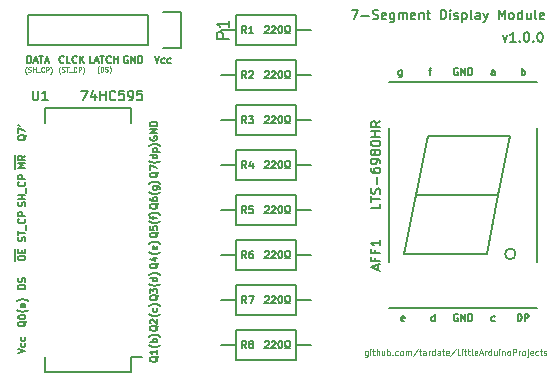
<source format=gbr>
G04 #@! TF.FileFunction,Legend,Top*
%FSLAX46Y46*%
G04 Gerber Fmt 4.6, Leading zero omitted, Abs format (unit mm)*
G04 Created by KiCad (PCBNEW 4.0.1-stable) date 2016 January 25, Monday 17:02:22*
%MOMM*%
G01*
G04 APERTURE LIST*
%ADD10C,0.100000*%
%ADD11C,0.125000*%
%ADD12C,0.200000*%
%ADD13C,0.150000*%
G04 APERTURE END LIST*
D10*
D11*
X155742620Y-119907857D02*
X155742620Y-120312619D01*
X155718811Y-120360238D01*
X155695001Y-120384048D01*
X155647382Y-120407857D01*
X155575954Y-120407857D01*
X155528335Y-120384048D01*
X155742620Y-120217381D02*
X155695001Y-120241190D01*
X155599763Y-120241190D01*
X155552144Y-120217381D01*
X155528335Y-120193571D01*
X155504525Y-120145952D01*
X155504525Y-120003095D01*
X155528335Y-119955476D01*
X155552144Y-119931667D01*
X155599763Y-119907857D01*
X155695001Y-119907857D01*
X155742620Y-119931667D01*
X155980716Y-120241190D02*
X155980716Y-119907857D01*
X155980716Y-119741190D02*
X155956906Y-119765000D01*
X155980716Y-119788810D01*
X156004525Y-119765000D01*
X155980716Y-119741190D01*
X155980716Y-119788810D01*
X156147382Y-119907857D02*
X156337858Y-119907857D01*
X156218811Y-119741190D02*
X156218811Y-120169762D01*
X156242620Y-120217381D01*
X156290239Y-120241190D01*
X156337858Y-120241190D01*
X156504525Y-120241190D02*
X156504525Y-119741190D01*
X156718810Y-120241190D02*
X156718810Y-119979286D01*
X156695001Y-119931667D01*
X156647382Y-119907857D01*
X156575953Y-119907857D01*
X156528334Y-119931667D01*
X156504525Y-119955476D01*
X157171191Y-119907857D02*
X157171191Y-120241190D01*
X156956906Y-119907857D02*
X156956906Y-120169762D01*
X156980715Y-120217381D01*
X157028334Y-120241190D01*
X157099763Y-120241190D01*
X157147382Y-120217381D01*
X157171191Y-120193571D01*
X157409287Y-120241190D02*
X157409287Y-119741190D01*
X157409287Y-119931667D02*
X157456906Y-119907857D01*
X157552144Y-119907857D01*
X157599763Y-119931667D01*
X157623572Y-119955476D01*
X157647382Y-120003095D01*
X157647382Y-120145952D01*
X157623572Y-120193571D01*
X157599763Y-120217381D01*
X157552144Y-120241190D01*
X157456906Y-120241190D01*
X157409287Y-120217381D01*
X157861668Y-120193571D02*
X157885477Y-120217381D01*
X157861668Y-120241190D01*
X157837858Y-120217381D01*
X157861668Y-120193571D01*
X157861668Y-120241190D01*
X158314048Y-120217381D02*
X158266429Y-120241190D01*
X158171191Y-120241190D01*
X158123572Y-120217381D01*
X158099763Y-120193571D01*
X158075953Y-120145952D01*
X158075953Y-120003095D01*
X158099763Y-119955476D01*
X158123572Y-119931667D01*
X158171191Y-119907857D01*
X158266429Y-119907857D01*
X158314048Y-119931667D01*
X158599762Y-120241190D02*
X158552143Y-120217381D01*
X158528334Y-120193571D01*
X158504524Y-120145952D01*
X158504524Y-120003095D01*
X158528334Y-119955476D01*
X158552143Y-119931667D01*
X158599762Y-119907857D01*
X158671191Y-119907857D01*
X158718810Y-119931667D01*
X158742619Y-119955476D01*
X158766429Y-120003095D01*
X158766429Y-120145952D01*
X158742619Y-120193571D01*
X158718810Y-120217381D01*
X158671191Y-120241190D01*
X158599762Y-120241190D01*
X158980715Y-120241190D02*
X158980715Y-119907857D01*
X158980715Y-119955476D02*
X159004524Y-119931667D01*
X159052143Y-119907857D01*
X159123572Y-119907857D01*
X159171191Y-119931667D01*
X159195000Y-119979286D01*
X159195000Y-120241190D01*
X159195000Y-119979286D02*
X159218810Y-119931667D01*
X159266429Y-119907857D01*
X159337857Y-119907857D01*
X159385477Y-119931667D01*
X159409286Y-119979286D01*
X159409286Y-120241190D01*
X160004524Y-119717381D02*
X159575953Y-120360238D01*
X160099763Y-119907857D02*
X160290239Y-119907857D01*
X160171192Y-119741190D02*
X160171192Y-120169762D01*
X160195001Y-120217381D01*
X160242620Y-120241190D01*
X160290239Y-120241190D01*
X160671191Y-120241190D02*
X160671191Y-119979286D01*
X160647382Y-119931667D01*
X160599763Y-119907857D01*
X160504525Y-119907857D01*
X160456906Y-119931667D01*
X160671191Y-120217381D02*
X160623572Y-120241190D01*
X160504525Y-120241190D01*
X160456906Y-120217381D01*
X160433096Y-120169762D01*
X160433096Y-120122143D01*
X160456906Y-120074524D01*
X160504525Y-120050714D01*
X160623572Y-120050714D01*
X160671191Y-120026905D01*
X160909287Y-120241190D02*
X160909287Y-119907857D01*
X160909287Y-120003095D02*
X160933096Y-119955476D01*
X160956906Y-119931667D01*
X161004525Y-119907857D01*
X161052144Y-119907857D01*
X161433096Y-120241190D02*
X161433096Y-119741190D01*
X161433096Y-120217381D02*
X161385477Y-120241190D01*
X161290239Y-120241190D01*
X161242620Y-120217381D01*
X161218811Y-120193571D01*
X161195001Y-120145952D01*
X161195001Y-120003095D01*
X161218811Y-119955476D01*
X161242620Y-119931667D01*
X161290239Y-119907857D01*
X161385477Y-119907857D01*
X161433096Y-119931667D01*
X161885477Y-120241190D02*
X161885477Y-119979286D01*
X161861668Y-119931667D01*
X161814049Y-119907857D01*
X161718811Y-119907857D01*
X161671192Y-119931667D01*
X161885477Y-120217381D02*
X161837858Y-120241190D01*
X161718811Y-120241190D01*
X161671192Y-120217381D01*
X161647382Y-120169762D01*
X161647382Y-120122143D01*
X161671192Y-120074524D01*
X161718811Y-120050714D01*
X161837858Y-120050714D01*
X161885477Y-120026905D01*
X162052144Y-119907857D02*
X162242620Y-119907857D01*
X162123573Y-119741190D02*
X162123573Y-120169762D01*
X162147382Y-120217381D01*
X162195001Y-120241190D01*
X162242620Y-120241190D01*
X162599763Y-120217381D02*
X162552144Y-120241190D01*
X162456906Y-120241190D01*
X162409287Y-120217381D01*
X162385477Y-120169762D01*
X162385477Y-119979286D01*
X162409287Y-119931667D01*
X162456906Y-119907857D01*
X162552144Y-119907857D01*
X162599763Y-119931667D01*
X162623572Y-119979286D01*
X162623572Y-120026905D01*
X162385477Y-120074524D01*
X163195000Y-119717381D02*
X162766429Y-120360238D01*
X163599763Y-120241190D02*
X163361668Y-120241190D01*
X163361668Y-119741190D01*
X163766430Y-120241190D02*
X163766430Y-119907857D01*
X163766430Y-119741190D02*
X163742620Y-119765000D01*
X163766430Y-119788810D01*
X163790239Y-119765000D01*
X163766430Y-119741190D01*
X163766430Y-119788810D01*
X163933096Y-119907857D02*
X164123572Y-119907857D01*
X164004525Y-119741190D02*
X164004525Y-120169762D01*
X164028334Y-120217381D01*
X164075953Y-120241190D01*
X164123572Y-120241190D01*
X164218810Y-119907857D02*
X164409286Y-119907857D01*
X164290239Y-119741190D02*
X164290239Y-120169762D01*
X164314048Y-120217381D01*
X164361667Y-120241190D01*
X164409286Y-120241190D01*
X164647381Y-120241190D02*
X164599762Y-120217381D01*
X164575953Y-120169762D01*
X164575953Y-119741190D01*
X165028334Y-120217381D02*
X164980715Y-120241190D01*
X164885477Y-120241190D01*
X164837858Y-120217381D01*
X164814048Y-120169762D01*
X164814048Y-119979286D01*
X164837858Y-119931667D01*
X164885477Y-119907857D01*
X164980715Y-119907857D01*
X165028334Y-119931667D01*
X165052143Y-119979286D01*
X165052143Y-120026905D01*
X164814048Y-120074524D01*
X165242619Y-120098333D02*
X165480714Y-120098333D01*
X165195000Y-120241190D02*
X165361667Y-119741190D01*
X165528333Y-120241190D01*
X165695000Y-120241190D02*
X165695000Y-119907857D01*
X165695000Y-120003095D02*
X165718809Y-119955476D01*
X165742619Y-119931667D01*
X165790238Y-119907857D01*
X165837857Y-119907857D01*
X166218809Y-120241190D02*
X166218809Y-119741190D01*
X166218809Y-120217381D02*
X166171190Y-120241190D01*
X166075952Y-120241190D01*
X166028333Y-120217381D01*
X166004524Y-120193571D01*
X165980714Y-120145952D01*
X165980714Y-120003095D01*
X166004524Y-119955476D01*
X166028333Y-119931667D01*
X166075952Y-119907857D01*
X166171190Y-119907857D01*
X166218809Y-119931667D01*
X166671190Y-119907857D02*
X166671190Y-120241190D01*
X166456905Y-119907857D02*
X166456905Y-120169762D01*
X166480714Y-120217381D01*
X166528333Y-120241190D01*
X166599762Y-120241190D01*
X166647381Y-120217381D01*
X166671190Y-120193571D01*
X166909286Y-120241190D02*
X166909286Y-119907857D01*
X166909286Y-119741190D02*
X166885476Y-119765000D01*
X166909286Y-119788810D01*
X166933095Y-119765000D01*
X166909286Y-119741190D01*
X166909286Y-119788810D01*
X167147381Y-119907857D02*
X167147381Y-120241190D01*
X167147381Y-119955476D02*
X167171190Y-119931667D01*
X167218809Y-119907857D01*
X167290238Y-119907857D01*
X167337857Y-119931667D01*
X167361666Y-119979286D01*
X167361666Y-120241190D01*
X167671190Y-120241190D02*
X167623571Y-120217381D01*
X167599762Y-120193571D01*
X167575952Y-120145952D01*
X167575952Y-120003095D01*
X167599762Y-119955476D01*
X167623571Y-119931667D01*
X167671190Y-119907857D01*
X167742619Y-119907857D01*
X167790238Y-119931667D01*
X167814047Y-119955476D01*
X167837857Y-120003095D01*
X167837857Y-120145952D01*
X167814047Y-120193571D01*
X167790238Y-120217381D01*
X167742619Y-120241190D01*
X167671190Y-120241190D01*
X168052143Y-120241190D02*
X168052143Y-119741190D01*
X168242619Y-119741190D01*
X168290238Y-119765000D01*
X168314047Y-119788810D01*
X168337857Y-119836429D01*
X168337857Y-119907857D01*
X168314047Y-119955476D01*
X168290238Y-119979286D01*
X168242619Y-120003095D01*
X168052143Y-120003095D01*
X168552143Y-120241190D02*
X168552143Y-119907857D01*
X168552143Y-120003095D02*
X168575952Y-119955476D01*
X168599762Y-119931667D01*
X168647381Y-119907857D01*
X168695000Y-119907857D01*
X168933095Y-120241190D02*
X168885476Y-120217381D01*
X168861667Y-120193571D01*
X168837857Y-120145952D01*
X168837857Y-120003095D01*
X168861667Y-119955476D01*
X168885476Y-119931667D01*
X168933095Y-119907857D01*
X169004524Y-119907857D01*
X169052143Y-119931667D01*
X169075952Y-119955476D01*
X169099762Y-120003095D01*
X169099762Y-120145952D01*
X169075952Y-120193571D01*
X169052143Y-120217381D01*
X169004524Y-120241190D01*
X168933095Y-120241190D01*
X169314048Y-119907857D02*
X169314048Y-120336429D01*
X169290238Y-120384048D01*
X169242619Y-120407857D01*
X169218810Y-120407857D01*
X169314048Y-119741190D02*
X169290238Y-119765000D01*
X169314048Y-119788810D01*
X169337857Y-119765000D01*
X169314048Y-119741190D01*
X169314048Y-119788810D01*
X169742619Y-120217381D02*
X169695000Y-120241190D01*
X169599762Y-120241190D01*
X169552143Y-120217381D01*
X169528333Y-120169762D01*
X169528333Y-119979286D01*
X169552143Y-119931667D01*
X169599762Y-119907857D01*
X169695000Y-119907857D01*
X169742619Y-119931667D01*
X169766428Y-119979286D01*
X169766428Y-120026905D01*
X169528333Y-120074524D01*
X170194999Y-120217381D02*
X170147380Y-120241190D01*
X170052142Y-120241190D01*
X170004523Y-120217381D01*
X169980714Y-120193571D01*
X169956904Y-120145952D01*
X169956904Y-120003095D01*
X169980714Y-119955476D01*
X170004523Y-119931667D01*
X170052142Y-119907857D01*
X170147380Y-119907857D01*
X170194999Y-119931667D01*
X170337856Y-119907857D02*
X170528332Y-119907857D01*
X170409285Y-119741190D02*
X170409285Y-120169762D01*
X170433094Y-120217381D01*
X170480713Y-120241190D01*
X170528332Y-120241190D01*
X170671189Y-120217381D02*
X170718808Y-120241190D01*
X170814046Y-120241190D01*
X170861665Y-120217381D01*
X170885475Y-120169762D01*
X170885475Y-120145952D01*
X170861665Y-120098333D01*
X170814046Y-120074524D01*
X170742618Y-120074524D01*
X170694999Y-120050714D01*
X170671189Y-120003095D01*
X170671189Y-119979286D01*
X170694999Y-119931667D01*
X170742618Y-119907857D01*
X170814046Y-119907857D01*
X170861665Y-119931667D01*
D12*
X167195715Y-93173571D02*
X167386191Y-93706905D01*
X167576667Y-93173571D01*
X168300477Y-93706905D02*
X167843334Y-93706905D01*
X168071905Y-93706905D02*
X168071905Y-92906905D01*
X167995715Y-93021190D01*
X167919524Y-93097381D01*
X167843334Y-93135476D01*
X168643334Y-93630714D02*
X168681429Y-93668810D01*
X168643334Y-93706905D01*
X168605239Y-93668810D01*
X168643334Y-93630714D01*
X168643334Y-93706905D01*
X169176667Y-92906905D02*
X169252858Y-92906905D01*
X169329048Y-92945000D01*
X169367143Y-92983095D01*
X169405239Y-93059286D01*
X169443334Y-93211667D01*
X169443334Y-93402143D01*
X169405239Y-93554524D01*
X169367143Y-93630714D01*
X169329048Y-93668810D01*
X169252858Y-93706905D01*
X169176667Y-93706905D01*
X169100477Y-93668810D01*
X169062381Y-93630714D01*
X169024286Y-93554524D01*
X168986191Y-93402143D01*
X168986191Y-93211667D01*
X169024286Y-93059286D01*
X169062381Y-92983095D01*
X169100477Y-92945000D01*
X169176667Y-92906905D01*
X169786191Y-93630714D02*
X169824286Y-93668810D01*
X169786191Y-93706905D01*
X169748096Y-93668810D01*
X169786191Y-93630714D01*
X169786191Y-93706905D01*
X170319524Y-92906905D02*
X170395715Y-92906905D01*
X170471905Y-92945000D01*
X170510000Y-92983095D01*
X170548096Y-93059286D01*
X170586191Y-93211667D01*
X170586191Y-93402143D01*
X170548096Y-93554524D01*
X170510000Y-93630714D01*
X170471905Y-93668810D01*
X170395715Y-93706905D01*
X170319524Y-93706905D01*
X170243334Y-93668810D01*
X170205238Y-93630714D01*
X170167143Y-93554524D01*
X170129048Y-93402143D01*
X170129048Y-93211667D01*
X170167143Y-93059286D01*
X170205238Y-92983095D01*
X170243334Y-92945000D01*
X170319524Y-92906905D01*
X154388570Y-91001905D02*
X154921903Y-91001905D01*
X154579046Y-91801905D01*
X155226665Y-91497143D02*
X155836189Y-91497143D01*
X156179046Y-91763810D02*
X156293332Y-91801905D01*
X156483808Y-91801905D01*
X156559998Y-91763810D01*
X156598094Y-91725714D01*
X156636189Y-91649524D01*
X156636189Y-91573333D01*
X156598094Y-91497143D01*
X156559998Y-91459048D01*
X156483808Y-91420952D01*
X156331427Y-91382857D01*
X156255236Y-91344762D01*
X156217141Y-91306667D01*
X156179046Y-91230476D01*
X156179046Y-91154286D01*
X156217141Y-91078095D01*
X156255236Y-91040000D01*
X156331427Y-91001905D01*
X156521903Y-91001905D01*
X156636189Y-91040000D01*
X157283808Y-91763810D02*
X157207618Y-91801905D01*
X157055237Y-91801905D01*
X156979046Y-91763810D01*
X156940951Y-91687619D01*
X156940951Y-91382857D01*
X156979046Y-91306667D01*
X157055237Y-91268571D01*
X157207618Y-91268571D01*
X157283808Y-91306667D01*
X157321903Y-91382857D01*
X157321903Y-91459048D01*
X156940951Y-91535238D01*
X158007617Y-91268571D02*
X158007617Y-91916190D01*
X157969522Y-91992381D01*
X157931427Y-92030476D01*
X157855236Y-92068571D01*
X157740951Y-92068571D01*
X157664760Y-92030476D01*
X158007617Y-91763810D02*
X157931427Y-91801905D01*
X157779046Y-91801905D01*
X157702855Y-91763810D01*
X157664760Y-91725714D01*
X157626665Y-91649524D01*
X157626665Y-91420952D01*
X157664760Y-91344762D01*
X157702855Y-91306667D01*
X157779046Y-91268571D01*
X157931427Y-91268571D01*
X158007617Y-91306667D01*
X158388570Y-91801905D02*
X158388570Y-91268571D01*
X158388570Y-91344762D02*
X158426665Y-91306667D01*
X158502856Y-91268571D01*
X158617142Y-91268571D01*
X158693332Y-91306667D01*
X158731427Y-91382857D01*
X158731427Y-91801905D01*
X158731427Y-91382857D02*
X158769523Y-91306667D01*
X158845713Y-91268571D01*
X158959999Y-91268571D01*
X159036189Y-91306667D01*
X159074284Y-91382857D01*
X159074284Y-91801905D01*
X159759999Y-91763810D02*
X159683809Y-91801905D01*
X159531428Y-91801905D01*
X159455237Y-91763810D01*
X159417142Y-91687619D01*
X159417142Y-91382857D01*
X159455237Y-91306667D01*
X159531428Y-91268571D01*
X159683809Y-91268571D01*
X159759999Y-91306667D01*
X159798094Y-91382857D01*
X159798094Y-91459048D01*
X159417142Y-91535238D01*
X160140951Y-91268571D02*
X160140951Y-91801905D01*
X160140951Y-91344762D02*
X160179046Y-91306667D01*
X160255237Y-91268571D01*
X160369523Y-91268571D01*
X160445713Y-91306667D01*
X160483808Y-91382857D01*
X160483808Y-91801905D01*
X160750475Y-91268571D02*
X161055237Y-91268571D01*
X160864761Y-91001905D02*
X160864761Y-91687619D01*
X160902856Y-91763810D01*
X160979047Y-91801905D01*
X161055237Y-91801905D01*
X161931428Y-91801905D02*
X161931428Y-91001905D01*
X162121904Y-91001905D01*
X162236190Y-91040000D01*
X162312381Y-91116190D01*
X162350476Y-91192381D01*
X162388571Y-91344762D01*
X162388571Y-91459048D01*
X162350476Y-91611429D01*
X162312381Y-91687619D01*
X162236190Y-91763810D01*
X162121904Y-91801905D01*
X161931428Y-91801905D01*
X162731428Y-91801905D02*
X162731428Y-91268571D01*
X162731428Y-91001905D02*
X162693333Y-91040000D01*
X162731428Y-91078095D01*
X162769523Y-91040000D01*
X162731428Y-91001905D01*
X162731428Y-91078095D01*
X163074285Y-91763810D02*
X163150475Y-91801905D01*
X163302856Y-91801905D01*
X163379047Y-91763810D01*
X163417142Y-91687619D01*
X163417142Y-91649524D01*
X163379047Y-91573333D01*
X163302856Y-91535238D01*
X163188571Y-91535238D01*
X163112380Y-91497143D01*
X163074285Y-91420952D01*
X163074285Y-91382857D01*
X163112380Y-91306667D01*
X163188571Y-91268571D01*
X163302856Y-91268571D01*
X163379047Y-91306667D01*
X163759999Y-91268571D02*
X163759999Y-92068571D01*
X163759999Y-91306667D02*
X163836190Y-91268571D01*
X163988571Y-91268571D01*
X164064761Y-91306667D01*
X164102856Y-91344762D01*
X164140952Y-91420952D01*
X164140952Y-91649524D01*
X164102856Y-91725714D01*
X164064761Y-91763810D01*
X163988571Y-91801905D01*
X163836190Y-91801905D01*
X163759999Y-91763810D01*
X164598095Y-91801905D02*
X164521904Y-91763810D01*
X164483809Y-91687619D01*
X164483809Y-91001905D01*
X165245714Y-91801905D02*
X165245714Y-91382857D01*
X165207619Y-91306667D01*
X165131429Y-91268571D01*
X164979048Y-91268571D01*
X164902857Y-91306667D01*
X165245714Y-91763810D02*
X165169524Y-91801905D01*
X164979048Y-91801905D01*
X164902857Y-91763810D01*
X164864762Y-91687619D01*
X164864762Y-91611429D01*
X164902857Y-91535238D01*
X164979048Y-91497143D01*
X165169524Y-91497143D01*
X165245714Y-91459048D01*
X165550477Y-91268571D02*
X165740953Y-91801905D01*
X165931429Y-91268571D02*
X165740953Y-91801905D01*
X165664762Y-91992381D01*
X165626667Y-92030476D01*
X165550477Y-92068571D01*
X166845715Y-91801905D02*
X166845715Y-91001905D01*
X167112382Y-91573333D01*
X167379049Y-91001905D01*
X167379049Y-91801905D01*
X167874287Y-91801905D02*
X167798096Y-91763810D01*
X167760001Y-91725714D01*
X167721906Y-91649524D01*
X167721906Y-91420952D01*
X167760001Y-91344762D01*
X167798096Y-91306667D01*
X167874287Y-91268571D01*
X167988573Y-91268571D01*
X168064763Y-91306667D01*
X168102858Y-91344762D01*
X168140954Y-91420952D01*
X168140954Y-91649524D01*
X168102858Y-91725714D01*
X168064763Y-91763810D01*
X167988573Y-91801905D01*
X167874287Y-91801905D01*
X168826668Y-91801905D02*
X168826668Y-91001905D01*
X168826668Y-91763810D02*
X168750478Y-91801905D01*
X168598097Y-91801905D01*
X168521906Y-91763810D01*
X168483811Y-91725714D01*
X168445716Y-91649524D01*
X168445716Y-91420952D01*
X168483811Y-91344762D01*
X168521906Y-91306667D01*
X168598097Y-91268571D01*
X168750478Y-91268571D01*
X168826668Y-91306667D01*
X169550478Y-91268571D02*
X169550478Y-91801905D01*
X169207621Y-91268571D02*
X169207621Y-91687619D01*
X169245716Y-91763810D01*
X169321907Y-91801905D01*
X169436193Y-91801905D01*
X169512383Y-91763810D01*
X169550478Y-91725714D01*
X170045717Y-91801905D02*
X169969526Y-91763810D01*
X169931431Y-91687619D01*
X169931431Y-91001905D01*
X170655241Y-91763810D02*
X170579051Y-91801905D01*
X170426670Y-91801905D01*
X170350479Y-91763810D01*
X170312384Y-91687619D01*
X170312384Y-91382857D01*
X170350479Y-91306667D01*
X170426670Y-91268571D01*
X170579051Y-91268571D01*
X170655241Y-91306667D01*
X170693336Y-91382857D01*
X170693336Y-91459048D01*
X170312384Y-91535238D01*
D10*
X133003981Y-96396133D02*
X132984933Y-96377086D01*
X132946838Y-96319943D01*
X132927790Y-96281848D01*
X132908743Y-96224705D01*
X132889695Y-96129467D01*
X132889695Y-96053276D01*
X132908743Y-95958038D01*
X132927790Y-95900895D01*
X132946838Y-95862800D01*
X132984933Y-95805657D01*
X133003981Y-95786610D01*
X133156362Y-96243752D02*
X133156362Y-95843752D01*
X133251600Y-95843752D01*
X133308743Y-95862800D01*
X133346838Y-95900895D01*
X133365886Y-95938990D01*
X133384934Y-96015181D01*
X133384934Y-96072324D01*
X133365886Y-96148514D01*
X133346838Y-96186610D01*
X133308743Y-96224705D01*
X133251600Y-96243752D01*
X133156362Y-96243752D01*
X133537314Y-96224705D02*
X133594457Y-96243752D01*
X133689695Y-96243752D01*
X133727791Y-96224705D01*
X133746838Y-96205657D01*
X133765886Y-96167562D01*
X133765886Y-96129467D01*
X133746838Y-96091371D01*
X133727791Y-96072324D01*
X133689695Y-96053276D01*
X133613505Y-96034229D01*
X133575410Y-96015181D01*
X133556362Y-95996133D01*
X133537314Y-95958038D01*
X133537314Y-95919943D01*
X133556362Y-95881848D01*
X133575410Y-95862800D01*
X133613505Y-95843752D01*
X133708743Y-95843752D01*
X133765886Y-95862800D01*
X133899219Y-96396133D02*
X133918266Y-96377086D01*
X133956362Y-96319943D01*
X133975409Y-96281848D01*
X133994457Y-96224705D01*
X134013505Y-96129467D01*
X134013505Y-96053276D01*
X133994457Y-95958038D01*
X133975409Y-95900895D01*
X133956362Y-95862800D01*
X133918266Y-95805657D01*
X133899219Y-95786610D01*
X129730619Y-96421533D02*
X129711571Y-96402486D01*
X129673476Y-96345343D01*
X129654428Y-96307248D01*
X129635381Y-96250105D01*
X129616333Y-96154867D01*
X129616333Y-96078676D01*
X129635381Y-95983438D01*
X129654428Y-95926295D01*
X129673476Y-95888200D01*
X129711571Y-95831057D01*
X129730619Y-95812010D01*
X129863952Y-96250105D02*
X129921095Y-96269152D01*
X130016333Y-96269152D01*
X130054429Y-96250105D01*
X130073476Y-96231057D01*
X130092524Y-96192962D01*
X130092524Y-96154867D01*
X130073476Y-96116771D01*
X130054429Y-96097724D01*
X130016333Y-96078676D01*
X129940143Y-96059629D01*
X129902048Y-96040581D01*
X129883000Y-96021533D01*
X129863952Y-95983438D01*
X129863952Y-95945343D01*
X129883000Y-95907248D01*
X129902048Y-95888200D01*
X129940143Y-95869152D01*
X130035381Y-95869152D01*
X130092524Y-95888200D01*
X130206809Y-95869152D02*
X130435381Y-95869152D01*
X130321095Y-96269152D02*
X130321095Y-95869152D01*
X130473476Y-96307248D02*
X130778238Y-96307248D01*
X131102048Y-96231057D02*
X131083000Y-96250105D01*
X131025857Y-96269152D01*
X130987762Y-96269152D01*
X130930619Y-96250105D01*
X130892524Y-96212010D01*
X130873476Y-96173914D01*
X130854428Y-96097724D01*
X130854428Y-96040581D01*
X130873476Y-95964390D01*
X130892524Y-95926295D01*
X130930619Y-95888200D01*
X130987762Y-95869152D01*
X131025857Y-95869152D01*
X131083000Y-95888200D01*
X131102048Y-95907248D01*
X131273476Y-96269152D02*
X131273476Y-95869152D01*
X131425857Y-95869152D01*
X131463952Y-95888200D01*
X131483000Y-95907248D01*
X131502048Y-95945343D01*
X131502048Y-96002486D01*
X131483000Y-96040581D01*
X131463952Y-96059629D01*
X131425857Y-96078676D01*
X131273476Y-96078676D01*
X131635381Y-96421533D02*
X131654428Y-96402486D01*
X131692524Y-96345343D01*
X131711571Y-96307248D01*
X131730619Y-96250105D01*
X131749667Y-96154867D01*
X131749667Y-96078676D01*
X131730619Y-95983438D01*
X131711571Y-95926295D01*
X131692524Y-95888200D01*
X131654428Y-95831057D01*
X131635381Y-95812010D01*
X126879476Y-96421533D02*
X126860428Y-96402486D01*
X126822333Y-96345343D01*
X126803285Y-96307248D01*
X126784238Y-96250105D01*
X126765190Y-96154867D01*
X126765190Y-96078676D01*
X126784238Y-95983438D01*
X126803285Y-95926295D01*
X126822333Y-95888200D01*
X126860428Y-95831057D01*
X126879476Y-95812010D01*
X127012809Y-96250105D02*
X127069952Y-96269152D01*
X127165190Y-96269152D01*
X127203286Y-96250105D01*
X127222333Y-96231057D01*
X127241381Y-96192962D01*
X127241381Y-96154867D01*
X127222333Y-96116771D01*
X127203286Y-96097724D01*
X127165190Y-96078676D01*
X127089000Y-96059629D01*
X127050905Y-96040581D01*
X127031857Y-96021533D01*
X127012809Y-95983438D01*
X127012809Y-95945343D01*
X127031857Y-95907248D01*
X127050905Y-95888200D01*
X127089000Y-95869152D01*
X127184238Y-95869152D01*
X127241381Y-95888200D01*
X127412809Y-96269152D02*
X127412809Y-95869152D01*
X127412809Y-96059629D02*
X127641381Y-96059629D01*
X127641381Y-96269152D02*
X127641381Y-95869152D01*
X127736619Y-96307248D02*
X128041381Y-96307248D01*
X128365191Y-96231057D02*
X128346143Y-96250105D01*
X128289000Y-96269152D01*
X128250905Y-96269152D01*
X128193762Y-96250105D01*
X128155667Y-96212010D01*
X128136619Y-96173914D01*
X128117571Y-96097724D01*
X128117571Y-96040581D01*
X128136619Y-95964390D01*
X128155667Y-95926295D01*
X128193762Y-95888200D01*
X128250905Y-95869152D01*
X128289000Y-95869152D01*
X128346143Y-95888200D01*
X128365191Y-95907248D01*
X128536619Y-96269152D02*
X128536619Y-95869152D01*
X128689000Y-95869152D01*
X128727095Y-95888200D01*
X128746143Y-95907248D01*
X128765191Y-95945343D01*
X128765191Y-96002486D01*
X128746143Y-96040581D01*
X128727095Y-96059629D01*
X128689000Y-96078676D01*
X128536619Y-96078676D01*
X128898524Y-96421533D02*
X128917571Y-96402486D01*
X128955667Y-96345343D01*
X128974714Y-96307248D01*
X128993762Y-96250105D01*
X129012810Y-96154867D01*
X129012810Y-96078676D01*
X128993762Y-95983438D01*
X128974714Y-95926295D01*
X128955667Y-95888200D01*
X128917571Y-95831057D01*
X128898524Y-95812010D01*
D12*
X125857000Y-104457500D02*
X125857000Y-103314500D01*
X125857000Y-112268000D02*
X125857000Y-111252000D01*
D13*
X137368000Y-101739642D02*
X137339429Y-101796785D01*
X137339429Y-101882499D01*
X137368000Y-101968214D01*
X137425143Y-102025356D01*
X137482286Y-102053928D01*
X137596571Y-102082499D01*
X137682286Y-102082499D01*
X137796571Y-102053928D01*
X137853714Y-102025356D01*
X137910857Y-101968214D01*
X137939429Y-101882499D01*
X137939429Y-101825356D01*
X137910857Y-101739642D01*
X137882286Y-101711071D01*
X137682286Y-101711071D01*
X137682286Y-101825356D01*
X137939429Y-101453928D02*
X137339429Y-101453928D01*
X137939429Y-101111071D01*
X137339429Y-101111071D01*
X137939429Y-100825357D02*
X137339429Y-100825357D01*
X137339429Y-100682500D01*
X137368000Y-100596785D01*
X137425143Y-100539643D01*
X137482286Y-100511071D01*
X137596571Y-100482500D01*
X137682286Y-100482500D01*
X137796571Y-100511071D01*
X137853714Y-100539643D01*
X137910857Y-100596785D01*
X137939429Y-100682500D01*
X137939429Y-100825357D01*
X137996571Y-104759000D02*
X137968000Y-104816143D01*
X137910857Y-104873286D01*
X137825143Y-104959000D01*
X137796571Y-105016143D01*
X137796571Y-105073286D01*
X137939429Y-105044714D02*
X137910857Y-105101857D01*
X137853714Y-105159000D01*
X137739429Y-105187571D01*
X137539429Y-105187571D01*
X137425143Y-105159000D01*
X137368000Y-105101857D01*
X137339429Y-105044714D01*
X137339429Y-104930428D01*
X137368000Y-104873286D01*
X137425143Y-104816143D01*
X137539429Y-104787571D01*
X137739429Y-104787571D01*
X137853714Y-104816143D01*
X137910857Y-104873286D01*
X137939429Y-104930428D01*
X137939429Y-105044714D01*
X137339429Y-104587572D02*
X137339429Y-104187572D01*
X137939429Y-104444715D01*
X138168000Y-103787571D02*
X138139429Y-103816143D01*
X138053714Y-103873286D01*
X137996571Y-103901857D01*
X137910857Y-103930428D01*
X137768000Y-103959000D01*
X137653714Y-103959000D01*
X137510857Y-103930428D01*
X137425143Y-103901857D01*
X137368000Y-103873286D01*
X137282286Y-103816143D01*
X137253714Y-103787571D01*
X137939429Y-103301857D02*
X137339429Y-103301857D01*
X137910857Y-103301857D02*
X137939429Y-103359000D01*
X137939429Y-103473286D01*
X137910857Y-103530428D01*
X137882286Y-103559000D01*
X137825143Y-103587571D01*
X137653714Y-103587571D01*
X137596571Y-103559000D01*
X137568000Y-103530428D01*
X137539429Y-103473286D01*
X137539429Y-103359000D01*
X137568000Y-103301857D01*
X137539429Y-103016143D02*
X138139429Y-103016143D01*
X137568000Y-103016143D02*
X137539429Y-102959000D01*
X137539429Y-102844714D01*
X137568000Y-102787571D01*
X137596571Y-102759000D01*
X137653714Y-102730429D01*
X137825143Y-102730429D01*
X137882286Y-102759000D01*
X137910857Y-102787571D01*
X137939429Y-102844714D01*
X137939429Y-102959000D01*
X137910857Y-103016143D01*
X138168000Y-102530429D02*
X138139429Y-102501857D01*
X138053714Y-102444714D01*
X137996571Y-102416143D01*
X137910857Y-102387572D01*
X137768000Y-102359000D01*
X137653714Y-102359000D01*
X137510857Y-102387572D01*
X137425143Y-102416143D01*
X137368000Y-102444714D01*
X137282286Y-102501857D01*
X137253714Y-102530429D01*
X137996571Y-107408571D02*
X137968000Y-107465714D01*
X137910857Y-107522857D01*
X137825143Y-107608571D01*
X137796571Y-107665714D01*
X137796571Y-107722857D01*
X137939429Y-107694285D02*
X137910857Y-107751428D01*
X137853714Y-107808571D01*
X137739429Y-107837142D01*
X137539429Y-107837142D01*
X137425143Y-107808571D01*
X137368000Y-107751428D01*
X137339429Y-107694285D01*
X137339429Y-107579999D01*
X137368000Y-107522857D01*
X137425143Y-107465714D01*
X137539429Y-107437142D01*
X137739429Y-107437142D01*
X137853714Y-107465714D01*
X137910857Y-107522857D01*
X137939429Y-107579999D01*
X137939429Y-107694285D01*
X137339429Y-106922857D02*
X137339429Y-107037143D01*
X137368000Y-107094286D01*
X137396571Y-107122857D01*
X137482286Y-107180000D01*
X137596571Y-107208571D01*
X137825143Y-107208571D01*
X137882286Y-107180000D01*
X137910857Y-107151428D01*
X137939429Y-107094286D01*
X137939429Y-106980000D01*
X137910857Y-106922857D01*
X137882286Y-106894286D01*
X137825143Y-106865714D01*
X137682286Y-106865714D01*
X137625143Y-106894286D01*
X137596571Y-106922857D01*
X137568000Y-106980000D01*
X137568000Y-107094286D01*
X137596571Y-107151428D01*
X137625143Y-107180000D01*
X137682286Y-107208571D01*
X138168000Y-106437142D02*
X138139429Y-106465714D01*
X138053714Y-106522857D01*
X137996571Y-106551428D01*
X137910857Y-106579999D01*
X137768000Y-106608571D01*
X137653714Y-106608571D01*
X137510857Y-106579999D01*
X137425143Y-106551428D01*
X137368000Y-106522857D01*
X137282286Y-106465714D01*
X137253714Y-106437142D01*
X137539429Y-105951428D02*
X138025143Y-105951428D01*
X138082286Y-105979999D01*
X138110857Y-106008571D01*
X138139429Y-106065714D01*
X138139429Y-106151428D01*
X138110857Y-106208571D01*
X137910857Y-105951428D02*
X137939429Y-106008571D01*
X137939429Y-106122857D01*
X137910857Y-106179999D01*
X137882286Y-106208571D01*
X137825143Y-106237142D01*
X137653714Y-106237142D01*
X137596571Y-106208571D01*
X137568000Y-106179999D01*
X137539429Y-106122857D01*
X137539429Y-106008571D01*
X137568000Y-105951428D01*
X138168000Y-105722857D02*
X138139429Y-105694285D01*
X138053714Y-105637142D01*
X137996571Y-105608571D01*
X137910857Y-105580000D01*
X137768000Y-105551428D01*
X137653714Y-105551428D01*
X137510857Y-105580000D01*
X137425143Y-105608571D01*
X137368000Y-105637142D01*
X137282286Y-105694285D01*
X137253714Y-105722857D01*
X137996571Y-109848571D02*
X137968000Y-109905714D01*
X137910857Y-109962857D01*
X137825143Y-110048571D01*
X137796571Y-110105714D01*
X137796571Y-110162857D01*
X137939429Y-110134285D02*
X137910857Y-110191428D01*
X137853714Y-110248571D01*
X137739429Y-110277142D01*
X137539429Y-110277142D01*
X137425143Y-110248571D01*
X137368000Y-110191428D01*
X137339429Y-110134285D01*
X137339429Y-110019999D01*
X137368000Y-109962857D01*
X137425143Y-109905714D01*
X137539429Y-109877142D01*
X137739429Y-109877142D01*
X137853714Y-109905714D01*
X137910857Y-109962857D01*
X137939429Y-110019999D01*
X137939429Y-110134285D01*
X137339429Y-109334286D02*
X137339429Y-109620000D01*
X137625143Y-109648571D01*
X137596571Y-109620000D01*
X137568000Y-109562857D01*
X137568000Y-109420000D01*
X137596571Y-109362857D01*
X137625143Y-109334286D01*
X137682286Y-109305714D01*
X137825143Y-109305714D01*
X137882286Y-109334286D01*
X137910857Y-109362857D01*
X137939429Y-109420000D01*
X137939429Y-109562857D01*
X137910857Y-109620000D01*
X137882286Y-109648571D01*
X138168000Y-108877142D02*
X138139429Y-108905714D01*
X138053714Y-108962857D01*
X137996571Y-108991428D01*
X137910857Y-109019999D01*
X137768000Y-109048571D01*
X137653714Y-109048571D01*
X137510857Y-109019999D01*
X137425143Y-108991428D01*
X137368000Y-108962857D01*
X137282286Y-108905714D01*
X137253714Y-108877142D01*
X137539429Y-108734285D02*
X137539429Y-108505714D01*
X137939429Y-108648571D02*
X137425143Y-108648571D01*
X137368000Y-108619999D01*
X137339429Y-108562857D01*
X137339429Y-108505714D01*
X138168000Y-108362857D02*
X138139429Y-108334285D01*
X138053714Y-108277142D01*
X137996571Y-108248571D01*
X137910857Y-108220000D01*
X137768000Y-108191428D01*
X137653714Y-108191428D01*
X137510857Y-108220000D01*
X137425143Y-108248571D01*
X137368000Y-108277142D01*
X137282286Y-108334285D01*
X137253714Y-108362857D01*
X137996571Y-112474286D02*
X137968000Y-112531429D01*
X137910857Y-112588572D01*
X137825143Y-112674286D01*
X137796571Y-112731429D01*
X137796571Y-112788572D01*
X137939429Y-112760000D02*
X137910857Y-112817143D01*
X137853714Y-112874286D01*
X137739429Y-112902857D01*
X137539429Y-112902857D01*
X137425143Y-112874286D01*
X137368000Y-112817143D01*
X137339429Y-112760000D01*
X137339429Y-112645714D01*
X137368000Y-112588572D01*
X137425143Y-112531429D01*
X137539429Y-112502857D01*
X137739429Y-112502857D01*
X137853714Y-112531429D01*
X137910857Y-112588572D01*
X137939429Y-112645714D01*
X137939429Y-112760000D01*
X137539429Y-111988572D02*
X137939429Y-111988572D01*
X137310857Y-112131429D02*
X137739429Y-112274286D01*
X137739429Y-111902858D01*
X138168000Y-111502857D02*
X138139429Y-111531429D01*
X138053714Y-111588572D01*
X137996571Y-111617143D01*
X137910857Y-111645714D01*
X137768000Y-111674286D01*
X137653714Y-111674286D01*
X137510857Y-111645714D01*
X137425143Y-111617143D01*
X137368000Y-111588572D01*
X137282286Y-111531429D01*
X137253714Y-111502857D01*
X137910857Y-111045714D02*
X137939429Y-111102857D01*
X137939429Y-111217143D01*
X137910857Y-111274286D01*
X137853714Y-111302857D01*
X137625143Y-111302857D01*
X137568000Y-111274286D01*
X137539429Y-111217143D01*
X137539429Y-111102857D01*
X137568000Y-111045714D01*
X137625143Y-111017143D01*
X137682286Y-111017143D01*
X137739429Y-111302857D01*
X138168000Y-110817143D02*
X138139429Y-110788571D01*
X138053714Y-110731428D01*
X137996571Y-110702857D01*
X137910857Y-110674286D01*
X137768000Y-110645714D01*
X137653714Y-110645714D01*
X137510857Y-110674286D01*
X137425143Y-110702857D01*
X137368000Y-110731428D01*
X137282286Y-110788571D01*
X137253714Y-110817143D01*
X137996571Y-115155571D02*
X137968000Y-115212714D01*
X137910857Y-115269857D01*
X137825143Y-115355571D01*
X137796571Y-115412714D01*
X137796571Y-115469857D01*
X137939429Y-115441285D02*
X137910857Y-115498428D01*
X137853714Y-115555571D01*
X137739429Y-115584142D01*
X137539429Y-115584142D01*
X137425143Y-115555571D01*
X137368000Y-115498428D01*
X137339429Y-115441285D01*
X137339429Y-115326999D01*
X137368000Y-115269857D01*
X137425143Y-115212714D01*
X137539429Y-115184142D01*
X137739429Y-115184142D01*
X137853714Y-115212714D01*
X137910857Y-115269857D01*
X137939429Y-115326999D01*
X137939429Y-115441285D01*
X137339429Y-114984143D02*
X137339429Y-114612714D01*
X137568000Y-114812714D01*
X137568000Y-114727000D01*
X137596571Y-114669857D01*
X137625143Y-114641286D01*
X137682286Y-114612714D01*
X137825143Y-114612714D01*
X137882286Y-114641286D01*
X137910857Y-114669857D01*
X137939429Y-114727000D01*
X137939429Y-114898428D01*
X137910857Y-114955571D01*
X137882286Y-114984143D01*
X138168000Y-114184142D02*
X138139429Y-114212714D01*
X138053714Y-114269857D01*
X137996571Y-114298428D01*
X137910857Y-114326999D01*
X137768000Y-114355571D01*
X137653714Y-114355571D01*
X137510857Y-114326999D01*
X137425143Y-114298428D01*
X137368000Y-114269857D01*
X137282286Y-114212714D01*
X137253714Y-114184142D01*
X137939429Y-113698428D02*
X137339429Y-113698428D01*
X137910857Y-113698428D02*
X137939429Y-113755571D01*
X137939429Y-113869857D01*
X137910857Y-113926999D01*
X137882286Y-113955571D01*
X137825143Y-113984142D01*
X137653714Y-113984142D01*
X137596571Y-113955571D01*
X137568000Y-113926999D01*
X137539429Y-113869857D01*
X137539429Y-113755571D01*
X137568000Y-113698428D01*
X138168000Y-113469857D02*
X138139429Y-113441285D01*
X138053714Y-113384142D01*
X137996571Y-113355571D01*
X137910857Y-113327000D01*
X137768000Y-113298428D01*
X137653714Y-113298428D01*
X137510857Y-113327000D01*
X137425143Y-113355571D01*
X137368000Y-113384142D01*
X137282286Y-113441285D01*
X137253714Y-113469857D01*
X137996571Y-117744786D02*
X137968000Y-117801929D01*
X137910857Y-117859072D01*
X137825143Y-117944786D01*
X137796571Y-118001929D01*
X137796571Y-118059072D01*
X137939429Y-118030500D02*
X137910857Y-118087643D01*
X137853714Y-118144786D01*
X137739429Y-118173357D01*
X137539429Y-118173357D01*
X137425143Y-118144786D01*
X137368000Y-118087643D01*
X137339429Y-118030500D01*
X137339429Y-117916214D01*
X137368000Y-117859072D01*
X137425143Y-117801929D01*
X137539429Y-117773357D01*
X137739429Y-117773357D01*
X137853714Y-117801929D01*
X137910857Y-117859072D01*
X137939429Y-117916214D01*
X137939429Y-118030500D01*
X137396571Y-117544786D02*
X137368000Y-117516215D01*
X137339429Y-117459072D01*
X137339429Y-117316215D01*
X137368000Y-117259072D01*
X137396571Y-117230501D01*
X137453714Y-117201929D01*
X137510857Y-117201929D01*
X137596571Y-117230501D01*
X137939429Y-117573358D01*
X137939429Y-117201929D01*
X138168000Y-116773357D02*
X138139429Y-116801929D01*
X138053714Y-116859072D01*
X137996571Y-116887643D01*
X137910857Y-116916214D01*
X137768000Y-116944786D01*
X137653714Y-116944786D01*
X137510857Y-116916214D01*
X137425143Y-116887643D01*
X137368000Y-116859072D01*
X137282286Y-116801929D01*
X137253714Y-116773357D01*
X137910857Y-116287643D02*
X137939429Y-116344786D01*
X137939429Y-116459072D01*
X137910857Y-116516214D01*
X137882286Y-116544786D01*
X137825143Y-116573357D01*
X137653714Y-116573357D01*
X137596571Y-116544786D01*
X137568000Y-116516214D01*
X137539429Y-116459072D01*
X137539429Y-116344786D01*
X137568000Y-116287643D01*
X138168000Y-116087643D02*
X138139429Y-116059071D01*
X138053714Y-116001928D01*
X137996571Y-115973357D01*
X137910857Y-115944786D01*
X137768000Y-115916214D01*
X137653714Y-115916214D01*
X137510857Y-115944786D01*
X137425143Y-115973357D01*
X137368000Y-116001928D01*
X137282286Y-116059071D01*
X137253714Y-116087643D01*
X137996571Y-120362571D02*
X137968000Y-120419714D01*
X137910857Y-120476857D01*
X137825143Y-120562571D01*
X137796571Y-120619714D01*
X137796571Y-120676857D01*
X137939429Y-120648285D02*
X137910857Y-120705428D01*
X137853714Y-120762571D01*
X137739429Y-120791142D01*
X137539429Y-120791142D01*
X137425143Y-120762571D01*
X137368000Y-120705428D01*
X137339429Y-120648285D01*
X137339429Y-120533999D01*
X137368000Y-120476857D01*
X137425143Y-120419714D01*
X137539429Y-120391142D01*
X137739429Y-120391142D01*
X137853714Y-120419714D01*
X137910857Y-120476857D01*
X137939429Y-120533999D01*
X137939429Y-120648285D01*
X137939429Y-119819714D02*
X137939429Y-120162571D01*
X137939429Y-119991143D02*
X137339429Y-119991143D01*
X137425143Y-120048286D01*
X137482286Y-120105428D01*
X137510857Y-120162571D01*
X138168000Y-119391142D02*
X138139429Y-119419714D01*
X138053714Y-119476857D01*
X137996571Y-119505428D01*
X137910857Y-119533999D01*
X137768000Y-119562571D01*
X137653714Y-119562571D01*
X137510857Y-119533999D01*
X137425143Y-119505428D01*
X137368000Y-119476857D01*
X137282286Y-119419714D01*
X137253714Y-119391142D01*
X137939429Y-119162571D02*
X137339429Y-119162571D01*
X137568000Y-119162571D02*
X137539429Y-119105428D01*
X137539429Y-118991142D01*
X137568000Y-118933999D01*
X137596571Y-118905428D01*
X137653714Y-118876857D01*
X137825143Y-118876857D01*
X137882286Y-118905428D01*
X137910857Y-118933999D01*
X137939429Y-118991142D01*
X137939429Y-119105428D01*
X137910857Y-119162571D01*
X138168000Y-118676857D02*
X138139429Y-118648285D01*
X138053714Y-118591142D01*
X137996571Y-118562571D01*
X137910857Y-118534000D01*
X137768000Y-118505428D01*
X137653714Y-118505428D01*
X137510857Y-118534000D01*
X137425143Y-118562571D01*
X137368000Y-118591142D01*
X137282286Y-118648285D01*
X137253714Y-118676857D01*
X126163429Y-120094286D02*
X126763429Y-119894286D01*
X126163429Y-119694286D01*
X126734857Y-119237143D02*
X126763429Y-119294286D01*
X126763429Y-119408572D01*
X126734857Y-119465714D01*
X126706286Y-119494286D01*
X126649143Y-119522857D01*
X126477714Y-119522857D01*
X126420571Y-119494286D01*
X126392000Y-119465714D01*
X126363429Y-119408572D01*
X126363429Y-119294286D01*
X126392000Y-119237143D01*
X126734857Y-118722857D02*
X126763429Y-118780000D01*
X126763429Y-118894286D01*
X126734857Y-118951428D01*
X126706286Y-118980000D01*
X126649143Y-119008571D01*
X126477714Y-119008571D01*
X126420571Y-118980000D01*
X126392000Y-118951428D01*
X126363429Y-118894286D01*
X126363429Y-118780000D01*
X126392000Y-118722857D01*
X126820571Y-117378071D02*
X126792000Y-117435214D01*
X126734857Y-117492357D01*
X126649143Y-117578071D01*
X126620571Y-117635214D01*
X126620571Y-117692357D01*
X126763429Y-117663785D02*
X126734857Y-117720928D01*
X126677714Y-117778071D01*
X126563429Y-117806642D01*
X126363429Y-117806642D01*
X126249143Y-117778071D01*
X126192000Y-117720928D01*
X126163429Y-117663785D01*
X126163429Y-117549499D01*
X126192000Y-117492357D01*
X126249143Y-117435214D01*
X126363429Y-117406642D01*
X126563429Y-117406642D01*
X126677714Y-117435214D01*
X126734857Y-117492357D01*
X126763429Y-117549499D01*
X126763429Y-117663785D01*
X126163429Y-117035214D02*
X126163429Y-116978071D01*
X126192000Y-116920928D01*
X126220571Y-116892357D01*
X126277714Y-116863786D01*
X126392000Y-116835214D01*
X126534857Y-116835214D01*
X126649143Y-116863786D01*
X126706286Y-116892357D01*
X126734857Y-116920928D01*
X126763429Y-116978071D01*
X126763429Y-117035214D01*
X126734857Y-117092357D01*
X126706286Y-117120928D01*
X126649143Y-117149500D01*
X126534857Y-117178071D01*
X126392000Y-117178071D01*
X126277714Y-117149500D01*
X126220571Y-117120928D01*
X126192000Y-117092357D01*
X126163429Y-117035214D01*
X126992000Y-116406642D02*
X126963429Y-116435214D01*
X126877714Y-116492357D01*
X126820571Y-116520928D01*
X126734857Y-116549499D01*
X126592000Y-116578071D01*
X126477714Y-116578071D01*
X126334857Y-116549499D01*
X126249143Y-116520928D01*
X126192000Y-116492357D01*
X126106286Y-116435214D01*
X126077714Y-116406642D01*
X126763429Y-115920928D02*
X126449143Y-115920928D01*
X126392000Y-115949499D01*
X126363429Y-116006642D01*
X126363429Y-116120928D01*
X126392000Y-116178071D01*
X126734857Y-115920928D02*
X126763429Y-115978071D01*
X126763429Y-116120928D01*
X126734857Y-116178071D01*
X126677714Y-116206642D01*
X126620571Y-116206642D01*
X126563429Y-116178071D01*
X126534857Y-116120928D01*
X126534857Y-115978071D01*
X126506286Y-115920928D01*
X126992000Y-115692357D02*
X126963429Y-115663785D01*
X126877714Y-115606642D01*
X126820571Y-115578071D01*
X126734857Y-115549500D01*
X126592000Y-115520928D01*
X126477714Y-115520928D01*
X126334857Y-115549500D01*
X126249143Y-115578071D01*
X126192000Y-115606642D01*
X126106286Y-115663785D01*
X126077714Y-115692357D01*
X126763429Y-114615857D02*
X126163429Y-114615857D01*
X126163429Y-114473000D01*
X126192000Y-114387285D01*
X126249143Y-114330143D01*
X126306286Y-114301571D01*
X126420571Y-114273000D01*
X126506286Y-114273000D01*
X126620571Y-114301571D01*
X126677714Y-114330143D01*
X126734857Y-114387285D01*
X126763429Y-114473000D01*
X126763429Y-114615857D01*
X126734857Y-114044428D02*
X126763429Y-113958714D01*
X126763429Y-113815857D01*
X126734857Y-113758714D01*
X126706286Y-113730143D01*
X126649143Y-113701571D01*
X126592000Y-113701571D01*
X126534857Y-113730143D01*
X126506286Y-113758714D01*
X126477714Y-113815857D01*
X126449143Y-113930143D01*
X126420571Y-113987285D01*
X126392000Y-114015857D01*
X126334857Y-114044428D01*
X126277714Y-114044428D01*
X126220571Y-114015857D01*
X126192000Y-113987285D01*
X126163429Y-113930143D01*
X126163429Y-113787285D01*
X126192000Y-113701571D01*
X126163429Y-112088571D02*
X126163429Y-111974285D01*
X126192000Y-111917143D01*
X126249143Y-111860000D01*
X126363429Y-111831428D01*
X126563429Y-111831428D01*
X126677714Y-111860000D01*
X126734857Y-111917143D01*
X126763429Y-111974285D01*
X126763429Y-112088571D01*
X126734857Y-112145714D01*
X126677714Y-112202857D01*
X126563429Y-112231428D01*
X126363429Y-112231428D01*
X126249143Y-112202857D01*
X126192000Y-112145714D01*
X126163429Y-112088571D01*
X126449143Y-111574286D02*
X126449143Y-111374286D01*
X126763429Y-111288572D02*
X126763429Y-111574286D01*
X126163429Y-111574286D01*
X126163429Y-111288572D01*
X126734857Y-110575571D02*
X126763429Y-110489857D01*
X126763429Y-110347000D01*
X126734857Y-110289857D01*
X126706286Y-110261286D01*
X126649143Y-110232714D01*
X126592000Y-110232714D01*
X126534857Y-110261286D01*
X126506286Y-110289857D01*
X126477714Y-110347000D01*
X126449143Y-110461286D01*
X126420571Y-110518428D01*
X126392000Y-110547000D01*
X126334857Y-110575571D01*
X126277714Y-110575571D01*
X126220571Y-110547000D01*
X126192000Y-110518428D01*
X126163429Y-110461286D01*
X126163429Y-110318428D01*
X126192000Y-110232714D01*
X126163429Y-110061285D02*
X126163429Y-109718428D01*
X126763429Y-109889857D02*
X126163429Y-109889857D01*
X126820571Y-109661285D02*
X126820571Y-109204142D01*
X126706286Y-108718428D02*
X126734857Y-108746999D01*
X126763429Y-108832713D01*
X126763429Y-108889856D01*
X126734857Y-108975571D01*
X126677714Y-109032713D01*
X126620571Y-109061285D01*
X126506286Y-109089856D01*
X126420571Y-109089856D01*
X126306286Y-109061285D01*
X126249143Y-109032713D01*
X126192000Y-108975571D01*
X126163429Y-108889856D01*
X126163429Y-108832713D01*
X126192000Y-108746999D01*
X126220571Y-108718428D01*
X126763429Y-108461285D02*
X126163429Y-108461285D01*
X126163429Y-108232713D01*
X126192000Y-108175571D01*
X126220571Y-108146999D01*
X126277714Y-108118428D01*
X126363429Y-108118428D01*
X126420571Y-108146999D01*
X126449143Y-108175571D01*
X126477714Y-108232713D01*
X126477714Y-108461285D01*
X126734857Y-107613285D02*
X126763429Y-107527571D01*
X126763429Y-107384714D01*
X126734857Y-107327571D01*
X126706286Y-107299000D01*
X126649143Y-107270428D01*
X126592000Y-107270428D01*
X126534857Y-107299000D01*
X126506286Y-107327571D01*
X126477714Y-107384714D01*
X126449143Y-107499000D01*
X126420571Y-107556142D01*
X126392000Y-107584714D01*
X126334857Y-107613285D01*
X126277714Y-107613285D01*
X126220571Y-107584714D01*
X126192000Y-107556142D01*
X126163429Y-107499000D01*
X126163429Y-107356142D01*
X126192000Y-107270428D01*
X126763429Y-107013285D02*
X126163429Y-107013285D01*
X126449143Y-107013285D02*
X126449143Y-106670428D01*
X126763429Y-106670428D02*
X126163429Y-106670428D01*
X126820571Y-106527571D02*
X126820571Y-106070428D01*
X126706286Y-105584714D02*
X126734857Y-105613285D01*
X126763429Y-105698999D01*
X126763429Y-105756142D01*
X126734857Y-105841857D01*
X126677714Y-105898999D01*
X126620571Y-105927571D01*
X126506286Y-105956142D01*
X126420571Y-105956142D01*
X126306286Y-105927571D01*
X126249143Y-105898999D01*
X126192000Y-105841857D01*
X126163429Y-105756142D01*
X126163429Y-105698999D01*
X126192000Y-105613285D01*
X126220571Y-105584714D01*
X126763429Y-105327571D02*
X126163429Y-105327571D01*
X126163429Y-105098999D01*
X126192000Y-105041857D01*
X126220571Y-105013285D01*
X126277714Y-104984714D01*
X126363429Y-104984714D01*
X126420571Y-105013285D01*
X126449143Y-105041857D01*
X126477714Y-105098999D01*
X126477714Y-105327571D01*
X126763429Y-104386000D02*
X126163429Y-104386000D01*
X126592000Y-104186000D01*
X126163429Y-103986000D01*
X126763429Y-103986000D01*
X126763429Y-103357429D02*
X126477714Y-103557429D01*
X126763429Y-103700286D02*
X126163429Y-103700286D01*
X126163429Y-103471714D01*
X126192000Y-103414572D01*
X126220571Y-103386000D01*
X126277714Y-103357429D01*
X126363429Y-103357429D01*
X126420571Y-103386000D01*
X126449143Y-103414572D01*
X126477714Y-103471714D01*
X126477714Y-103700286D01*
X126820571Y-101609500D02*
X126792000Y-101666643D01*
X126734857Y-101723786D01*
X126649143Y-101809500D01*
X126620571Y-101866643D01*
X126620571Y-101923786D01*
X126763429Y-101895214D02*
X126734857Y-101952357D01*
X126677714Y-102009500D01*
X126563429Y-102038071D01*
X126363429Y-102038071D01*
X126249143Y-102009500D01*
X126192000Y-101952357D01*
X126163429Y-101895214D01*
X126163429Y-101780928D01*
X126192000Y-101723786D01*
X126249143Y-101666643D01*
X126363429Y-101638071D01*
X126563429Y-101638071D01*
X126677714Y-101666643D01*
X126734857Y-101723786D01*
X126763429Y-101780928D01*
X126763429Y-101895214D01*
X126163429Y-101438072D02*
X126163429Y-101038072D01*
X126763429Y-101295215D01*
X126163429Y-100780928D02*
X126277714Y-100838071D01*
X168781429Y-96537429D02*
X168781429Y-95937429D01*
X168781429Y-96166000D02*
X168838572Y-96137429D01*
X168952858Y-96137429D01*
X169010001Y-96166000D01*
X169038572Y-96194571D01*
X169067143Y-96251714D01*
X169067143Y-96423143D01*
X169038572Y-96480286D01*
X169010001Y-96508857D01*
X168952858Y-96537429D01*
X168838572Y-96537429D01*
X168781429Y-96508857D01*
X166498572Y-96537429D02*
X166498572Y-96223143D01*
X166470001Y-96166000D01*
X166412858Y-96137429D01*
X166298572Y-96137429D01*
X166241429Y-96166000D01*
X166498572Y-96508857D02*
X166441429Y-96537429D01*
X166298572Y-96537429D01*
X166241429Y-96508857D01*
X166212858Y-96451714D01*
X166212858Y-96394571D01*
X166241429Y-96337429D01*
X166298572Y-96308857D01*
X166441429Y-96308857D01*
X166498572Y-96280286D01*
X163372858Y-95966000D02*
X163315715Y-95937429D01*
X163230001Y-95937429D01*
X163144286Y-95966000D01*
X163087144Y-96023143D01*
X163058572Y-96080286D01*
X163030001Y-96194571D01*
X163030001Y-96280286D01*
X163058572Y-96394571D01*
X163087144Y-96451714D01*
X163144286Y-96508857D01*
X163230001Y-96537429D01*
X163287144Y-96537429D01*
X163372858Y-96508857D01*
X163401429Y-96480286D01*
X163401429Y-96280286D01*
X163287144Y-96280286D01*
X163658572Y-96537429D02*
X163658572Y-95937429D01*
X164001429Y-96537429D01*
X164001429Y-95937429D01*
X164287143Y-96537429D02*
X164287143Y-95937429D01*
X164430000Y-95937429D01*
X164515715Y-95966000D01*
X164572857Y-96023143D01*
X164601429Y-96080286D01*
X164630000Y-96194571D01*
X164630000Y-96280286D01*
X164601429Y-96394571D01*
X164572857Y-96451714D01*
X164515715Y-96508857D01*
X164430000Y-96537429D01*
X164287143Y-96537429D01*
X160921715Y-96137429D02*
X161150286Y-96137429D01*
X161007429Y-96537429D02*
X161007429Y-96023143D01*
X161036001Y-95966000D01*
X161093143Y-95937429D01*
X161150286Y-95937429D01*
X158624572Y-96137429D02*
X158624572Y-96623143D01*
X158596001Y-96680286D01*
X158567429Y-96708857D01*
X158510286Y-96737429D01*
X158424572Y-96737429D01*
X158367429Y-96708857D01*
X158624572Y-96508857D02*
X158567429Y-96537429D01*
X158453143Y-96537429D01*
X158396001Y-96508857D01*
X158367429Y-96480286D01*
X158338858Y-96423143D01*
X158338858Y-96251714D01*
X158367429Y-96194571D01*
X158396001Y-96166000D01*
X158453143Y-96137429D01*
X158567429Y-96137429D01*
X158624572Y-96166000D01*
X168452857Y-117365429D02*
X168452857Y-116765429D01*
X168595714Y-116765429D01*
X168681429Y-116794000D01*
X168738571Y-116851143D01*
X168767143Y-116908286D01*
X168795714Y-117022571D01*
X168795714Y-117108286D01*
X168767143Y-117222571D01*
X168738571Y-117279714D01*
X168681429Y-117336857D01*
X168595714Y-117365429D01*
X168452857Y-117365429D01*
X169052857Y-117365429D02*
X169052857Y-116765429D01*
X169281429Y-116765429D01*
X169338571Y-116794000D01*
X169367143Y-116822571D01*
X169395714Y-116879714D01*
X169395714Y-116965429D01*
X169367143Y-117022571D01*
X169338571Y-117051143D01*
X169281429Y-117079714D01*
X169052857Y-117079714D01*
X166512857Y-117336857D02*
X166455714Y-117365429D01*
X166341428Y-117365429D01*
X166284286Y-117336857D01*
X166255714Y-117308286D01*
X166227143Y-117251143D01*
X166227143Y-117079714D01*
X166255714Y-117022571D01*
X166284286Y-116994000D01*
X166341428Y-116965429D01*
X166455714Y-116965429D01*
X166512857Y-116994000D01*
X163372858Y-116794000D02*
X163315715Y-116765429D01*
X163230001Y-116765429D01*
X163144286Y-116794000D01*
X163087144Y-116851143D01*
X163058572Y-116908286D01*
X163030001Y-117022571D01*
X163030001Y-117108286D01*
X163058572Y-117222571D01*
X163087144Y-117279714D01*
X163144286Y-117336857D01*
X163230001Y-117365429D01*
X163287144Y-117365429D01*
X163372858Y-117336857D01*
X163401429Y-117308286D01*
X163401429Y-117108286D01*
X163287144Y-117108286D01*
X163658572Y-117365429D02*
X163658572Y-116765429D01*
X164001429Y-117365429D01*
X164001429Y-116765429D01*
X164287143Y-117365429D02*
X164287143Y-116765429D01*
X164430000Y-116765429D01*
X164515715Y-116794000D01*
X164572857Y-116851143D01*
X164601429Y-116908286D01*
X164630000Y-117022571D01*
X164630000Y-117108286D01*
X164601429Y-117222571D01*
X164572857Y-117279714D01*
X164515715Y-117336857D01*
X164430000Y-117365429D01*
X164287143Y-117365429D01*
X161418572Y-117365429D02*
X161418572Y-116765429D01*
X161418572Y-117336857D02*
X161361429Y-117365429D01*
X161247143Y-117365429D01*
X161190001Y-117336857D01*
X161161429Y-117308286D01*
X161132858Y-117251143D01*
X161132858Y-117079714D01*
X161161429Y-117022571D01*
X161190001Y-116994000D01*
X161247143Y-116965429D01*
X161361429Y-116965429D01*
X161418572Y-116994000D01*
X158864286Y-117336857D02*
X158807143Y-117365429D01*
X158692857Y-117365429D01*
X158635714Y-117336857D01*
X158607143Y-117279714D01*
X158607143Y-117051143D01*
X158635714Y-116994000D01*
X158692857Y-116965429D01*
X158807143Y-116965429D01*
X158864286Y-116994000D01*
X158892857Y-117051143D01*
X158892857Y-117108286D01*
X158607143Y-117165429D01*
X137715714Y-94921429D02*
X137915714Y-95521429D01*
X138115714Y-94921429D01*
X138572857Y-95492857D02*
X138515714Y-95521429D01*
X138401428Y-95521429D01*
X138344286Y-95492857D01*
X138315714Y-95464286D01*
X138287143Y-95407143D01*
X138287143Y-95235714D01*
X138315714Y-95178571D01*
X138344286Y-95150000D01*
X138401428Y-95121429D01*
X138515714Y-95121429D01*
X138572857Y-95150000D01*
X139087143Y-95492857D02*
X139030000Y-95521429D01*
X138915714Y-95521429D01*
X138858572Y-95492857D01*
X138830000Y-95464286D01*
X138801429Y-95407143D01*
X138801429Y-95235714D01*
X138830000Y-95178571D01*
X138858572Y-95150000D01*
X138915714Y-95121429D01*
X139030000Y-95121429D01*
X139087143Y-95150000D01*
X135432858Y-94950000D02*
X135375715Y-94921429D01*
X135290001Y-94921429D01*
X135204286Y-94950000D01*
X135147144Y-95007143D01*
X135118572Y-95064286D01*
X135090001Y-95178571D01*
X135090001Y-95264286D01*
X135118572Y-95378571D01*
X135147144Y-95435714D01*
X135204286Y-95492857D01*
X135290001Y-95521429D01*
X135347144Y-95521429D01*
X135432858Y-95492857D01*
X135461429Y-95464286D01*
X135461429Y-95264286D01*
X135347144Y-95264286D01*
X135718572Y-95521429D02*
X135718572Y-94921429D01*
X136061429Y-95521429D01*
X136061429Y-94921429D01*
X136347143Y-95521429D02*
X136347143Y-94921429D01*
X136490000Y-94921429D01*
X136575715Y-94950000D01*
X136632857Y-95007143D01*
X136661429Y-95064286D01*
X136690000Y-95178571D01*
X136690000Y-95264286D01*
X136661429Y-95378571D01*
X136632857Y-95435714D01*
X136575715Y-95492857D01*
X136490000Y-95521429D01*
X136347143Y-95521429D01*
X132499214Y-95521429D02*
X132213500Y-95521429D01*
X132213500Y-94921429D01*
X132670643Y-95350000D02*
X132956357Y-95350000D01*
X132613500Y-95521429D02*
X132813500Y-94921429D01*
X133013500Y-95521429D01*
X133127786Y-94921429D02*
X133470643Y-94921429D01*
X133299214Y-95521429D02*
X133299214Y-94921429D01*
X134013500Y-95464286D02*
X133984929Y-95492857D01*
X133899215Y-95521429D01*
X133842072Y-95521429D01*
X133756357Y-95492857D01*
X133699215Y-95435714D01*
X133670643Y-95378571D01*
X133642072Y-95264286D01*
X133642072Y-95178571D01*
X133670643Y-95064286D01*
X133699215Y-95007143D01*
X133756357Y-94950000D01*
X133842072Y-94921429D01*
X133899215Y-94921429D01*
X133984929Y-94950000D01*
X134013500Y-94978571D01*
X134270643Y-95521429D02*
X134270643Y-94921429D01*
X134270643Y-95207143D02*
X134613500Y-95207143D01*
X134613500Y-95521429D02*
X134613500Y-94921429D01*
X130025857Y-95464286D02*
X129997286Y-95492857D01*
X129911572Y-95521429D01*
X129854429Y-95521429D01*
X129768714Y-95492857D01*
X129711572Y-95435714D01*
X129683000Y-95378571D01*
X129654429Y-95264286D01*
X129654429Y-95178571D01*
X129683000Y-95064286D01*
X129711572Y-95007143D01*
X129768714Y-94950000D01*
X129854429Y-94921429D01*
X129911572Y-94921429D01*
X129997286Y-94950000D01*
X130025857Y-94978571D01*
X130568714Y-95521429D02*
X130283000Y-95521429D01*
X130283000Y-94921429D01*
X131111571Y-95464286D02*
X131083000Y-95492857D01*
X130997286Y-95521429D01*
X130940143Y-95521429D01*
X130854428Y-95492857D01*
X130797286Y-95435714D01*
X130768714Y-95378571D01*
X130740143Y-95264286D01*
X130740143Y-95178571D01*
X130768714Y-95064286D01*
X130797286Y-95007143D01*
X130854428Y-94950000D01*
X130940143Y-94921429D01*
X130997286Y-94921429D01*
X131083000Y-94950000D01*
X131111571Y-94978571D01*
X131368714Y-95521429D02*
X131368714Y-94921429D01*
X131711571Y-95521429D02*
X131454428Y-95178571D01*
X131711571Y-94921429D02*
X131368714Y-95264286D01*
X126925500Y-95521429D02*
X126925500Y-94921429D01*
X127068357Y-94921429D01*
X127154072Y-94950000D01*
X127211214Y-95007143D01*
X127239786Y-95064286D01*
X127268357Y-95178571D01*
X127268357Y-95264286D01*
X127239786Y-95378571D01*
X127211214Y-95435714D01*
X127154072Y-95492857D01*
X127068357Y-95521429D01*
X126925500Y-95521429D01*
X127496929Y-95350000D02*
X127782643Y-95350000D01*
X127439786Y-95521429D02*
X127639786Y-94921429D01*
X127839786Y-95521429D01*
X127954072Y-94921429D02*
X128296929Y-94921429D01*
X128125500Y-95521429D02*
X128125500Y-94921429D01*
X128468358Y-95350000D02*
X128754072Y-95350000D01*
X128411215Y-95521429D02*
X128611215Y-94921429D01*
X128811215Y-95521429D01*
X168277214Y-111680000D02*
G75*
G03X168277214Y-111680000I-447214J0D01*
G01*
X160830000Y-101680000D02*
X159830000Y-106680000D01*
X159830000Y-106680000D02*
X158830000Y-111680000D01*
X158830000Y-111680000D02*
X165830000Y-111680000D01*
X165830000Y-111680000D02*
X166830000Y-106680000D01*
X167830000Y-101680000D02*
X166830000Y-106680000D01*
X166830000Y-106680000D02*
X159830000Y-106680000D01*
X160830000Y-101680000D02*
X167830000Y-101680000D01*
X170130000Y-116280000D02*
X157530000Y-116280000D01*
X157530000Y-100980000D02*
X157530000Y-112380000D01*
X170130000Y-100980000D02*
X170130000Y-112380000D01*
X157530000Y-97080000D02*
X170130000Y-97080000D01*
X138430000Y-91160000D02*
X139980000Y-91160000D01*
X139980000Y-91160000D02*
X139980000Y-94260000D01*
X139980000Y-94260000D02*
X138430000Y-94260000D01*
X137160000Y-93980000D02*
X127000000Y-93980000D01*
X127000000Y-93980000D02*
X127000000Y-91440000D01*
X127000000Y-91440000D02*
X137160000Y-91440000D01*
X137160000Y-93980000D02*
X137160000Y-91440000D01*
X144576800Y-91440000D02*
X149656800Y-91440000D01*
X149656800Y-91440000D02*
X149656800Y-93980000D01*
X149656800Y-93980000D02*
X144576800Y-93980000D01*
X144576800Y-93980000D02*
X144576800Y-91440000D01*
X144576800Y-92710000D02*
X143306800Y-92710000D01*
X149656800Y-92710000D02*
X150926800Y-92710000D01*
X144576800Y-95250000D02*
X149656800Y-95250000D01*
X149656800Y-95250000D02*
X149656800Y-97790000D01*
X149656800Y-97790000D02*
X144576800Y-97790000D01*
X144576800Y-97790000D02*
X144576800Y-95250000D01*
X144576800Y-96520000D02*
X143306800Y-96520000D01*
X149656800Y-96520000D02*
X150926800Y-96520000D01*
X144576800Y-99060000D02*
X149656800Y-99060000D01*
X149656800Y-99060000D02*
X149656800Y-101600000D01*
X149656800Y-101600000D02*
X144576800Y-101600000D01*
X144576800Y-101600000D02*
X144576800Y-99060000D01*
X144576800Y-100330000D02*
X143306800Y-100330000D01*
X149656800Y-100330000D02*
X150926800Y-100330000D01*
X144576800Y-102870000D02*
X149656800Y-102870000D01*
X149656800Y-102870000D02*
X149656800Y-105410000D01*
X149656800Y-105410000D02*
X144576800Y-105410000D01*
X144576800Y-105410000D02*
X144576800Y-102870000D01*
X144576800Y-104140000D02*
X143306800Y-104140000D01*
X149656800Y-104140000D02*
X150926800Y-104140000D01*
X144576800Y-106680000D02*
X149656800Y-106680000D01*
X149656800Y-106680000D02*
X149656800Y-109220000D01*
X149656800Y-109220000D02*
X144576800Y-109220000D01*
X144576800Y-109220000D02*
X144576800Y-106680000D01*
X144576800Y-107950000D02*
X143306800Y-107950000D01*
X149656800Y-107950000D02*
X150926800Y-107950000D01*
X144576800Y-110490000D02*
X149656800Y-110490000D01*
X149656800Y-110490000D02*
X149656800Y-113030000D01*
X149656800Y-113030000D02*
X144576800Y-113030000D01*
X144576800Y-113030000D02*
X144576800Y-110490000D01*
X144576800Y-111760000D02*
X143306800Y-111760000D01*
X149656800Y-111760000D02*
X150926800Y-111760000D01*
X144576800Y-114300000D02*
X149656800Y-114300000D01*
X149656800Y-114300000D02*
X149656800Y-116840000D01*
X149656800Y-116840000D02*
X144576800Y-116840000D01*
X144576800Y-116840000D02*
X144576800Y-114300000D01*
X144576800Y-115570000D02*
X143306800Y-115570000D01*
X149656800Y-115570000D02*
X150926800Y-115570000D01*
X144576800Y-118110000D02*
X149656800Y-118110000D01*
X149656800Y-118110000D02*
X149656800Y-120650000D01*
X149656800Y-120650000D02*
X144576800Y-120650000D01*
X144576800Y-120650000D02*
X144576800Y-118110000D01*
X144576800Y-119380000D02*
X143306800Y-119380000D01*
X149656800Y-119380000D02*
X150926800Y-119380000D01*
X135755000Y-121675000D02*
X135755000Y-120405000D01*
X128405000Y-121675000D02*
X128405000Y-120405000D01*
X128405000Y-99305000D02*
X128405000Y-100575000D01*
X135755000Y-99305000D02*
X135755000Y-100575000D01*
X135755000Y-121675000D02*
X128405000Y-121675000D01*
X135755000Y-99305000D02*
X128405000Y-99305000D01*
X135755000Y-120405000D02*
X136690000Y-120405000D01*
X156597333Y-113017142D02*
X156597333Y-112636190D01*
X156825905Y-113093333D02*
X156025905Y-112826666D01*
X156825905Y-112559999D01*
X156406857Y-112026666D02*
X156406857Y-112293333D01*
X156825905Y-112293333D02*
X156025905Y-112293333D01*
X156025905Y-111912380D01*
X156406857Y-111340952D02*
X156406857Y-111607619D01*
X156825905Y-111607619D02*
X156025905Y-111607619D01*
X156025905Y-111226666D01*
X156825905Y-110502857D02*
X156825905Y-110960000D01*
X156825905Y-110731429D02*
X156025905Y-110731429D01*
X156140190Y-110807619D01*
X156216381Y-110883810D01*
X156254476Y-110960000D01*
X156825905Y-107416190D02*
X156825905Y-107797143D01*
X156025905Y-107797143D01*
X156025905Y-107263810D02*
X156025905Y-106806667D01*
X156825905Y-107035238D02*
X156025905Y-107035238D01*
X156787810Y-106578095D02*
X156825905Y-106463809D01*
X156825905Y-106273333D01*
X156787810Y-106197143D01*
X156749714Y-106159047D01*
X156673524Y-106120952D01*
X156597333Y-106120952D01*
X156521143Y-106159047D01*
X156483048Y-106197143D01*
X156444952Y-106273333D01*
X156406857Y-106425714D01*
X156368762Y-106501905D01*
X156330667Y-106540000D01*
X156254476Y-106578095D01*
X156178286Y-106578095D01*
X156102095Y-106540000D01*
X156064000Y-106501905D01*
X156025905Y-106425714D01*
X156025905Y-106235238D01*
X156064000Y-106120952D01*
X156521143Y-105778095D02*
X156521143Y-105168571D01*
X156025905Y-104444762D02*
X156025905Y-104597143D01*
X156064000Y-104673333D01*
X156102095Y-104711428D01*
X156216381Y-104787619D01*
X156368762Y-104825714D01*
X156673524Y-104825714D01*
X156749714Y-104787619D01*
X156787810Y-104749524D01*
X156825905Y-104673333D01*
X156825905Y-104520952D01*
X156787810Y-104444762D01*
X156749714Y-104406666D01*
X156673524Y-104368571D01*
X156483048Y-104368571D01*
X156406857Y-104406666D01*
X156368762Y-104444762D01*
X156330667Y-104520952D01*
X156330667Y-104673333D01*
X156368762Y-104749524D01*
X156406857Y-104787619D01*
X156483048Y-104825714D01*
X156825905Y-103987619D02*
X156825905Y-103835238D01*
X156787810Y-103759047D01*
X156749714Y-103720952D01*
X156635429Y-103644761D01*
X156483048Y-103606666D01*
X156178286Y-103606666D01*
X156102095Y-103644761D01*
X156064000Y-103682857D01*
X156025905Y-103759047D01*
X156025905Y-103911428D01*
X156064000Y-103987619D01*
X156102095Y-104025714D01*
X156178286Y-104063809D01*
X156368762Y-104063809D01*
X156444952Y-104025714D01*
X156483048Y-103987619D01*
X156521143Y-103911428D01*
X156521143Y-103759047D01*
X156483048Y-103682857D01*
X156444952Y-103644761D01*
X156368762Y-103606666D01*
X156368762Y-103149523D02*
X156330667Y-103225714D01*
X156292571Y-103263809D01*
X156216381Y-103301904D01*
X156178286Y-103301904D01*
X156102095Y-103263809D01*
X156064000Y-103225714D01*
X156025905Y-103149523D01*
X156025905Y-102997142D01*
X156064000Y-102920952D01*
X156102095Y-102882856D01*
X156178286Y-102844761D01*
X156216381Y-102844761D01*
X156292571Y-102882856D01*
X156330667Y-102920952D01*
X156368762Y-102997142D01*
X156368762Y-103149523D01*
X156406857Y-103225714D01*
X156444952Y-103263809D01*
X156521143Y-103301904D01*
X156673524Y-103301904D01*
X156749714Y-103263809D01*
X156787810Y-103225714D01*
X156825905Y-103149523D01*
X156825905Y-102997142D01*
X156787810Y-102920952D01*
X156749714Y-102882856D01*
X156673524Y-102844761D01*
X156521143Y-102844761D01*
X156444952Y-102882856D01*
X156406857Y-102920952D01*
X156368762Y-102997142D01*
X156025905Y-102349523D02*
X156025905Y-102273332D01*
X156064000Y-102197142D01*
X156102095Y-102159047D01*
X156178286Y-102120951D01*
X156330667Y-102082856D01*
X156521143Y-102082856D01*
X156673524Y-102120951D01*
X156749714Y-102159047D01*
X156787810Y-102197142D01*
X156825905Y-102273332D01*
X156825905Y-102349523D01*
X156787810Y-102425713D01*
X156749714Y-102463809D01*
X156673524Y-102501904D01*
X156521143Y-102539999D01*
X156330667Y-102539999D01*
X156178286Y-102501904D01*
X156102095Y-102463809D01*
X156064000Y-102425713D01*
X156025905Y-102349523D01*
X156825905Y-101739999D02*
X156025905Y-101739999D01*
X156406857Y-101739999D02*
X156406857Y-101282856D01*
X156825905Y-101282856D02*
X156025905Y-101282856D01*
X156825905Y-100444761D02*
X156444952Y-100711428D01*
X156825905Y-100901904D02*
X156025905Y-100901904D01*
X156025905Y-100597142D01*
X156064000Y-100520951D01*
X156102095Y-100482856D01*
X156178286Y-100444761D01*
X156292571Y-100444761D01*
X156368762Y-100482856D01*
X156406857Y-100520951D01*
X156444952Y-100597142D01*
X156444952Y-100901904D01*
X143982381Y-93448095D02*
X142982381Y-93448095D01*
X142982381Y-93067142D01*
X143030000Y-92971904D01*
X143077619Y-92924285D01*
X143172857Y-92876666D01*
X143315714Y-92876666D01*
X143410952Y-92924285D01*
X143458571Y-92971904D01*
X143506190Y-93067142D01*
X143506190Y-93448095D01*
X143982381Y-91924285D02*
X143982381Y-92495714D01*
X143982381Y-92210000D02*
X142982381Y-92210000D01*
X143125238Y-92305238D01*
X143220476Y-92400476D01*
X143268095Y-92495714D01*
X145492800Y-92981429D02*
X145292800Y-92695714D01*
X145149943Y-92981429D02*
X145149943Y-92381429D01*
X145378515Y-92381429D01*
X145435657Y-92410000D01*
X145464229Y-92438571D01*
X145492800Y-92495714D01*
X145492800Y-92581429D01*
X145464229Y-92638571D01*
X145435657Y-92667143D01*
X145378515Y-92695714D01*
X145149943Y-92695714D01*
X146064229Y-92981429D02*
X145721372Y-92981429D01*
X145892800Y-92981429D02*
X145892800Y-92381429D01*
X145835657Y-92467143D01*
X145778515Y-92524286D01*
X145721372Y-92552857D01*
X147047086Y-92438571D02*
X147075657Y-92410000D01*
X147132800Y-92381429D01*
X147275657Y-92381429D01*
X147332800Y-92410000D01*
X147361371Y-92438571D01*
X147389943Y-92495714D01*
X147389943Y-92552857D01*
X147361371Y-92638571D01*
X147018514Y-92981429D01*
X147389943Y-92981429D01*
X147618515Y-92438571D02*
X147647086Y-92410000D01*
X147704229Y-92381429D01*
X147847086Y-92381429D01*
X147904229Y-92410000D01*
X147932800Y-92438571D01*
X147961372Y-92495714D01*
X147961372Y-92552857D01*
X147932800Y-92638571D01*
X147589943Y-92981429D01*
X147961372Y-92981429D01*
X148332801Y-92381429D02*
X148389944Y-92381429D01*
X148447087Y-92410000D01*
X148475658Y-92438571D01*
X148504229Y-92495714D01*
X148532801Y-92610000D01*
X148532801Y-92752857D01*
X148504229Y-92867143D01*
X148475658Y-92924286D01*
X148447087Y-92952857D01*
X148389944Y-92981429D01*
X148332801Y-92981429D01*
X148275658Y-92952857D01*
X148247087Y-92924286D01*
X148218515Y-92867143D01*
X148189944Y-92752857D01*
X148189944Y-92610000D01*
X148218515Y-92495714D01*
X148247087Y-92438571D01*
X148275658Y-92410000D01*
X148332801Y-92381429D01*
X148761373Y-92981429D02*
X148904230Y-92981429D01*
X148904230Y-92867143D01*
X148847087Y-92838571D01*
X148789944Y-92781429D01*
X148761373Y-92695714D01*
X148761373Y-92552857D01*
X148789944Y-92467143D01*
X148847087Y-92410000D01*
X148932801Y-92381429D01*
X149047087Y-92381429D01*
X149132801Y-92410000D01*
X149189944Y-92467143D01*
X149218516Y-92552857D01*
X149218516Y-92695714D01*
X149189944Y-92781429D01*
X149132801Y-92838571D01*
X149075658Y-92867143D01*
X149075658Y-92981429D01*
X149218516Y-92981429D01*
X145492800Y-96791429D02*
X145292800Y-96505714D01*
X145149943Y-96791429D02*
X145149943Y-96191429D01*
X145378515Y-96191429D01*
X145435657Y-96220000D01*
X145464229Y-96248571D01*
X145492800Y-96305714D01*
X145492800Y-96391429D01*
X145464229Y-96448571D01*
X145435657Y-96477143D01*
X145378515Y-96505714D01*
X145149943Y-96505714D01*
X145721372Y-96248571D02*
X145749943Y-96220000D01*
X145807086Y-96191429D01*
X145949943Y-96191429D01*
X146007086Y-96220000D01*
X146035657Y-96248571D01*
X146064229Y-96305714D01*
X146064229Y-96362857D01*
X146035657Y-96448571D01*
X145692800Y-96791429D01*
X146064229Y-96791429D01*
X147047086Y-96248571D02*
X147075657Y-96220000D01*
X147132800Y-96191429D01*
X147275657Y-96191429D01*
X147332800Y-96220000D01*
X147361371Y-96248571D01*
X147389943Y-96305714D01*
X147389943Y-96362857D01*
X147361371Y-96448571D01*
X147018514Y-96791429D01*
X147389943Y-96791429D01*
X147618515Y-96248571D02*
X147647086Y-96220000D01*
X147704229Y-96191429D01*
X147847086Y-96191429D01*
X147904229Y-96220000D01*
X147932800Y-96248571D01*
X147961372Y-96305714D01*
X147961372Y-96362857D01*
X147932800Y-96448571D01*
X147589943Y-96791429D01*
X147961372Y-96791429D01*
X148332801Y-96191429D02*
X148389944Y-96191429D01*
X148447087Y-96220000D01*
X148475658Y-96248571D01*
X148504229Y-96305714D01*
X148532801Y-96420000D01*
X148532801Y-96562857D01*
X148504229Y-96677143D01*
X148475658Y-96734286D01*
X148447087Y-96762857D01*
X148389944Y-96791429D01*
X148332801Y-96791429D01*
X148275658Y-96762857D01*
X148247087Y-96734286D01*
X148218515Y-96677143D01*
X148189944Y-96562857D01*
X148189944Y-96420000D01*
X148218515Y-96305714D01*
X148247087Y-96248571D01*
X148275658Y-96220000D01*
X148332801Y-96191429D01*
X148761373Y-96791429D02*
X148904230Y-96791429D01*
X148904230Y-96677143D01*
X148847087Y-96648571D01*
X148789944Y-96591429D01*
X148761373Y-96505714D01*
X148761373Y-96362857D01*
X148789944Y-96277143D01*
X148847087Y-96220000D01*
X148932801Y-96191429D01*
X149047087Y-96191429D01*
X149132801Y-96220000D01*
X149189944Y-96277143D01*
X149218516Y-96362857D01*
X149218516Y-96505714D01*
X149189944Y-96591429D01*
X149132801Y-96648571D01*
X149075658Y-96677143D01*
X149075658Y-96791429D01*
X149218516Y-96791429D01*
X145492800Y-100601429D02*
X145292800Y-100315714D01*
X145149943Y-100601429D02*
X145149943Y-100001429D01*
X145378515Y-100001429D01*
X145435657Y-100030000D01*
X145464229Y-100058571D01*
X145492800Y-100115714D01*
X145492800Y-100201429D01*
X145464229Y-100258571D01*
X145435657Y-100287143D01*
X145378515Y-100315714D01*
X145149943Y-100315714D01*
X145692800Y-100001429D02*
X146064229Y-100001429D01*
X145864229Y-100230000D01*
X145949943Y-100230000D01*
X146007086Y-100258571D01*
X146035657Y-100287143D01*
X146064229Y-100344286D01*
X146064229Y-100487143D01*
X146035657Y-100544286D01*
X146007086Y-100572857D01*
X145949943Y-100601429D01*
X145778515Y-100601429D01*
X145721372Y-100572857D01*
X145692800Y-100544286D01*
X147047086Y-100058571D02*
X147075657Y-100030000D01*
X147132800Y-100001429D01*
X147275657Y-100001429D01*
X147332800Y-100030000D01*
X147361371Y-100058571D01*
X147389943Y-100115714D01*
X147389943Y-100172857D01*
X147361371Y-100258571D01*
X147018514Y-100601429D01*
X147389943Y-100601429D01*
X147618515Y-100058571D02*
X147647086Y-100030000D01*
X147704229Y-100001429D01*
X147847086Y-100001429D01*
X147904229Y-100030000D01*
X147932800Y-100058571D01*
X147961372Y-100115714D01*
X147961372Y-100172857D01*
X147932800Y-100258571D01*
X147589943Y-100601429D01*
X147961372Y-100601429D01*
X148332801Y-100001429D02*
X148389944Y-100001429D01*
X148447087Y-100030000D01*
X148475658Y-100058571D01*
X148504229Y-100115714D01*
X148532801Y-100230000D01*
X148532801Y-100372857D01*
X148504229Y-100487143D01*
X148475658Y-100544286D01*
X148447087Y-100572857D01*
X148389944Y-100601429D01*
X148332801Y-100601429D01*
X148275658Y-100572857D01*
X148247087Y-100544286D01*
X148218515Y-100487143D01*
X148189944Y-100372857D01*
X148189944Y-100230000D01*
X148218515Y-100115714D01*
X148247087Y-100058571D01*
X148275658Y-100030000D01*
X148332801Y-100001429D01*
X148761373Y-100601429D02*
X148904230Y-100601429D01*
X148904230Y-100487143D01*
X148847087Y-100458571D01*
X148789944Y-100401429D01*
X148761373Y-100315714D01*
X148761373Y-100172857D01*
X148789944Y-100087143D01*
X148847087Y-100030000D01*
X148932801Y-100001429D01*
X149047087Y-100001429D01*
X149132801Y-100030000D01*
X149189944Y-100087143D01*
X149218516Y-100172857D01*
X149218516Y-100315714D01*
X149189944Y-100401429D01*
X149132801Y-100458571D01*
X149075658Y-100487143D01*
X149075658Y-100601429D01*
X149218516Y-100601429D01*
X145492800Y-104411429D02*
X145292800Y-104125714D01*
X145149943Y-104411429D02*
X145149943Y-103811429D01*
X145378515Y-103811429D01*
X145435657Y-103840000D01*
X145464229Y-103868571D01*
X145492800Y-103925714D01*
X145492800Y-104011429D01*
X145464229Y-104068571D01*
X145435657Y-104097143D01*
X145378515Y-104125714D01*
X145149943Y-104125714D01*
X146007086Y-104011429D02*
X146007086Y-104411429D01*
X145864229Y-103782857D02*
X145721372Y-104211429D01*
X146092800Y-104211429D01*
X147047086Y-103868571D02*
X147075657Y-103840000D01*
X147132800Y-103811429D01*
X147275657Y-103811429D01*
X147332800Y-103840000D01*
X147361371Y-103868571D01*
X147389943Y-103925714D01*
X147389943Y-103982857D01*
X147361371Y-104068571D01*
X147018514Y-104411429D01*
X147389943Y-104411429D01*
X147618515Y-103868571D02*
X147647086Y-103840000D01*
X147704229Y-103811429D01*
X147847086Y-103811429D01*
X147904229Y-103840000D01*
X147932800Y-103868571D01*
X147961372Y-103925714D01*
X147961372Y-103982857D01*
X147932800Y-104068571D01*
X147589943Y-104411429D01*
X147961372Y-104411429D01*
X148332801Y-103811429D02*
X148389944Y-103811429D01*
X148447087Y-103840000D01*
X148475658Y-103868571D01*
X148504229Y-103925714D01*
X148532801Y-104040000D01*
X148532801Y-104182857D01*
X148504229Y-104297143D01*
X148475658Y-104354286D01*
X148447087Y-104382857D01*
X148389944Y-104411429D01*
X148332801Y-104411429D01*
X148275658Y-104382857D01*
X148247087Y-104354286D01*
X148218515Y-104297143D01*
X148189944Y-104182857D01*
X148189944Y-104040000D01*
X148218515Y-103925714D01*
X148247087Y-103868571D01*
X148275658Y-103840000D01*
X148332801Y-103811429D01*
X148761373Y-104411429D02*
X148904230Y-104411429D01*
X148904230Y-104297143D01*
X148847087Y-104268571D01*
X148789944Y-104211429D01*
X148761373Y-104125714D01*
X148761373Y-103982857D01*
X148789944Y-103897143D01*
X148847087Y-103840000D01*
X148932801Y-103811429D01*
X149047087Y-103811429D01*
X149132801Y-103840000D01*
X149189944Y-103897143D01*
X149218516Y-103982857D01*
X149218516Y-104125714D01*
X149189944Y-104211429D01*
X149132801Y-104268571D01*
X149075658Y-104297143D01*
X149075658Y-104411429D01*
X149218516Y-104411429D01*
X145492800Y-108221429D02*
X145292800Y-107935714D01*
X145149943Y-108221429D02*
X145149943Y-107621429D01*
X145378515Y-107621429D01*
X145435657Y-107650000D01*
X145464229Y-107678571D01*
X145492800Y-107735714D01*
X145492800Y-107821429D01*
X145464229Y-107878571D01*
X145435657Y-107907143D01*
X145378515Y-107935714D01*
X145149943Y-107935714D01*
X146035657Y-107621429D02*
X145749943Y-107621429D01*
X145721372Y-107907143D01*
X145749943Y-107878571D01*
X145807086Y-107850000D01*
X145949943Y-107850000D01*
X146007086Y-107878571D01*
X146035657Y-107907143D01*
X146064229Y-107964286D01*
X146064229Y-108107143D01*
X146035657Y-108164286D01*
X146007086Y-108192857D01*
X145949943Y-108221429D01*
X145807086Y-108221429D01*
X145749943Y-108192857D01*
X145721372Y-108164286D01*
X147047086Y-107678571D02*
X147075657Y-107650000D01*
X147132800Y-107621429D01*
X147275657Y-107621429D01*
X147332800Y-107650000D01*
X147361371Y-107678571D01*
X147389943Y-107735714D01*
X147389943Y-107792857D01*
X147361371Y-107878571D01*
X147018514Y-108221429D01*
X147389943Y-108221429D01*
X147618515Y-107678571D02*
X147647086Y-107650000D01*
X147704229Y-107621429D01*
X147847086Y-107621429D01*
X147904229Y-107650000D01*
X147932800Y-107678571D01*
X147961372Y-107735714D01*
X147961372Y-107792857D01*
X147932800Y-107878571D01*
X147589943Y-108221429D01*
X147961372Y-108221429D01*
X148332801Y-107621429D02*
X148389944Y-107621429D01*
X148447087Y-107650000D01*
X148475658Y-107678571D01*
X148504229Y-107735714D01*
X148532801Y-107850000D01*
X148532801Y-107992857D01*
X148504229Y-108107143D01*
X148475658Y-108164286D01*
X148447087Y-108192857D01*
X148389944Y-108221429D01*
X148332801Y-108221429D01*
X148275658Y-108192857D01*
X148247087Y-108164286D01*
X148218515Y-108107143D01*
X148189944Y-107992857D01*
X148189944Y-107850000D01*
X148218515Y-107735714D01*
X148247087Y-107678571D01*
X148275658Y-107650000D01*
X148332801Y-107621429D01*
X148761373Y-108221429D02*
X148904230Y-108221429D01*
X148904230Y-108107143D01*
X148847087Y-108078571D01*
X148789944Y-108021429D01*
X148761373Y-107935714D01*
X148761373Y-107792857D01*
X148789944Y-107707143D01*
X148847087Y-107650000D01*
X148932801Y-107621429D01*
X149047087Y-107621429D01*
X149132801Y-107650000D01*
X149189944Y-107707143D01*
X149218516Y-107792857D01*
X149218516Y-107935714D01*
X149189944Y-108021429D01*
X149132801Y-108078571D01*
X149075658Y-108107143D01*
X149075658Y-108221429D01*
X149218516Y-108221429D01*
X145492800Y-112031429D02*
X145292800Y-111745714D01*
X145149943Y-112031429D02*
X145149943Y-111431429D01*
X145378515Y-111431429D01*
X145435657Y-111460000D01*
X145464229Y-111488571D01*
X145492800Y-111545714D01*
X145492800Y-111631429D01*
X145464229Y-111688571D01*
X145435657Y-111717143D01*
X145378515Y-111745714D01*
X145149943Y-111745714D01*
X146007086Y-111431429D02*
X145892800Y-111431429D01*
X145835657Y-111460000D01*
X145807086Y-111488571D01*
X145749943Y-111574286D01*
X145721372Y-111688571D01*
X145721372Y-111917143D01*
X145749943Y-111974286D01*
X145778515Y-112002857D01*
X145835657Y-112031429D01*
X145949943Y-112031429D01*
X146007086Y-112002857D01*
X146035657Y-111974286D01*
X146064229Y-111917143D01*
X146064229Y-111774286D01*
X146035657Y-111717143D01*
X146007086Y-111688571D01*
X145949943Y-111660000D01*
X145835657Y-111660000D01*
X145778515Y-111688571D01*
X145749943Y-111717143D01*
X145721372Y-111774286D01*
X147047086Y-111488571D02*
X147075657Y-111460000D01*
X147132800Y-111431429D01*
X147275657Y-111431429D01*
X147332800Y-111460000D01*
X147361371Y-111488571D01*
X147389943Y-111545714D01*
X147389943Y-111602857D01*
X147361371Y-111688571D01*
X147018514Y-112031429D01*
X147389943Y-112031429D01*
X147618515Y-111488571D02*
X147647086Y-111460000D01*
X147704229Y-111431429D01*
X147847086Y-111431429D01*
X147904229Y-111460000D01*
X147932800Y-111488571D01*
X147961372Y-111545714D01*
X147961372Y-111602857D01*
X147932800Y-111688571D01*
X147589943Y-112031429D01*
X147961372Y-112031429D01*
X148332801Y-111431429D02*
X148389944Y-111431429D01*
X148447087Y-111460000D01*
X148475658Y-111488571D01*
X148504229Y-111545714D01*
X148532801Y-111660000D01*
X148532801Y-111802857D01*
X148504229Y-111917143D01*
X148475658Y-111974286D01*
X148447087Y-112002857D01*
X148389944Y-112031429D01*
X148332801Y-112031429D01*
X148275658Y-112002857D01*
X148247087Y-111974286D01*
X148218515Y-111917143D01*
X148189944Y-111802857D01*
X148189944Y-111660000D01*
X148218515Y-111545714D01*
X148247087Y-111488571D01*
X148275658Y-111460000D01*
X148332801Y-111431429D01*
X148761373Y-112031429D02*
X148904230Y-112031429D01*
X148904230Y-111917143D01*
X148847087Y-111888571D01*
X148789944Y-111831429D01*
X148761373Y-111745714D01*
X148761373Y-111602857D01*
X148789944Y-111517143D01*
X148847087Y-111460000D01*
X148932801Y-111431429D01*
X149047087Y-111431429D01*
X149132801Y-111460000D01*
X149189944Y-111517143D01*
X149218516Y-111602857D01*
X149218516Y-111745714D01*
X149189944Y-111831429D01*
X149132801Y-111888571D01*
X149075658Y-111917143D01*
X149075658Y-112031429D01*
X149218516Y-112031429D01*
X145492800Y-115841429D02*
X145292800Y-115555714D01*
X145149943Y-115841429D02*
X145149943Y-115241429D01*
X145378515Y-115241429D01*
X145435657Y-115270000D01*
X145464229Y-115298571D01*
X145492800Y-115355714D01*
X145492800Y-115441429D01*
X145464229Y-115498571D01*
X145435657Y-115527143D01*
X145378515Y-115555714D01*
X145149943Y-115555714D01*
X145692800Y-115241429D02*
X146092800Y-115241429D01*
X145835657Y-115841429D01*
X147047086Y-115298571D02*
X147075657Y-115270000D01*
X147132800Y-115241429D01*
X147275657Y-115241429D01*
X147332800Y-115270000D01*
X147361371Y-115298571D01*
X147389943Y-115355714D01*
X147389943Y-115412857D01*
X147361371Y-115498571D01*
X147018514Y-115841429D01*
X147389943Y-115841429D01*
X147618515Y-115298571D02*
X147647086Y-115270000D01*
X147704229Y-115241429D01*
X147847086Y-115241429D01*
X147904229Y-115270000D01*
X147932800Y-115298571D01*
X147961372Y-115355714D01*
X147961372Y-115412857D01*
X147932800Y-115498571D01*
X147589943Y-115841429D01*
X147961372Y-115841429D01*
X148332801Y-115241429D02*
X148389944Y-115241429D01*
X148447087Y-115270000D01*
X148475658Y-115298571D01*
X148504229Y-115355714D01*
X148532801Y-115470000D01*
X148532801Y-115612857D01*
X148504229Y-115727143D01*
X148475658Y-115784286D01*
X148447087Y-115812857D01*
X148389944Y-115841429D01*
X148332801Y-115841429D01*
X148275658Y-115812857D01*
X148247087Y-115784286D01*
X148218515Y-115727143D01*
X148189944Y-115612857D01*
X148189944Y-115470000D01*
X148218515Y-115355714D01*
X148247087Y-115298571D01*
X148275658Y-115270000D01*
X148332801Y-115241429D01*
X148761373Y-115841429D02*
X148904230Y-115841429D01*
X148904230Y-115727143D01*
X148847087Y-115698571D01*
X148789944Y-115641429D01*
X148761373Y-115555714D01*
X148761373Y-115412857D01*
X148789944Y-115327143D01*
X148847087Y-115270000D01*
X148932801Y-115241429D01*
X149047087Y-115241429D01*
X149132801Y-115270000D01*
X149189944Y-115327143D01*
X149218516Y-115412857D01*
X149218516Y-115555714D01*
X149189944Y-115641429D01*
X149132801Y-115698571D01*
X149075658Y-115727143D01*
X149075658Y-115841429D01*
X149218516Y-115841429D01*
X145492800Y-119651429D02*
X145292800Y-119365714D01*
X145149943Y-119651429D02*
X145149943Y-119051429D01*
X145378515Y-119051429D01*
X145435657Y-119080000D01*
X145464229Y-119108571D01*
X145492800Y-119165714D01*
X145492800Y-119251429D01*
X145464229Y-119308571D01*
X145435657Y-119337143D01*
X145378515Y-119365714D01*
X145149943Y-119365714D01*
X145835657Y-119308571D02*
X145778515Y-119280000D01*
X145749943Y-119251429D01*
X145721372Y-119194286D01*
X145721372Y-119165714D01*
X145749943Y-119108571D01*
X145778515Y-119080000D01*
X145835657Y-119051429D01*
X145949943Y-119051429D01*
X146007086Y-119080000D01*
X146035657Y-119108571D01*
X146064229Y-119165714D01*
X146064229Y-119194286D01*
X146035657Y-119251429D01*
X146007086Y-119280000D01*
X145949943Y-119308571D01*
X145835657Y-119308571D01*
X145778515Y-119337143D01*
X145749943Y-119365714D01*
X145721372Y-119422857D01*
X145721372Y-119537143D01*
X145749943Y-119594286D01*
X145778515Y-119622857D01*
X145835657Y-119651429D01*
X145949943Y-119651429D01*
X146007086Y-119622857D01*
X146035657Y-119594286D01*
X146064229Y-119537143D01*
X146064229Y-119422857D01*
X146035657Y-119365714D01*
X146007086Y-119337143D01*
X145949943Y-119308571D01*
X147047086Y-119108571D02*
X147075657Y-119080000D01*
X147132800Y-119051429D01*
X147275657Y-119051429D01*
X147332800Y-119080000D01*
X147361371Y-119108571D01*
X147389943Y-119165714D01*
X147389943Y-119222857D01*
X147361371Y-119308571D01*
X147018514Y-119651429D01*
X147389943Y-119651429D01*
X147618515Y-119108571D02*
X147647086Y-119080000D01*
X147704229Y-119051429D01*
X147847086Y-119051429D01*
X147904229Y-119080000D01*
X147932800Y-119108571D01*
X147961372Y-119165714D01*
X147961372Y-119222857D01*
X147932800Y-119308571D01*
X147589943Y-119651429D01*
X147961372Y-119651429D01*
X148332801Y-119051429D02*
X148389944Y-119051429D01*
X148447087Y-119080000D01*
X148475658Y-119108571D01*
X148504229Y-119165714D01*
X148532801Y-119280000D01*
X148532801Y-119422857D01*
X148504229Y-119537143D01*
X148475658Y-119594286D01*
X148447087Y-119622857D01*
X148389944Y-119651429D01*
X148332801Y-119651429D01*
X148275658Y-119622857D01*
X148247087Y-119594286D01*
X148218515Y-119537143D01*
X148189944Y-119422857D01*
X148189944Y-119280000D01*
X148218515Y-119165714D01*
X148247087Y-119108571D01*
X148275658Y-119080000D01*
X148332801Y-119051429D01*
X148761373Y-119651429D02*
X148904230Y-119651429D01*
X148904230Y-119537143D01*
X148847087Y-119508571D01*
X148789944Y-119451429D01*
X148761373Y-119365714D01*
X148761373Y-119222857D01*
X148789944Y-119137143D01*
X148847087Y-119080000D01*
X148932801Y-119051429D01*
X149047087Y-119051429D01*
X149132801Y-119080000D01*
X149189944Y-119137143D01*
X149218516Y-119222857D01*
X149218516Y-119365714D01*
X149189944Y-119451429D01*
X149132801Y-119508571D01*
X149075658Y-119537143D01*
X149075658Y-119651429D01*
X149218516Y-119651429D01*
X127406476Y-97859905D02*
X127406476Y-98507524D01*
X127444571Y-98583714D01*
X127482667Y-98621810D01*
X127558857Y-98659905D01*
X127711238Y-98659905D01*
X127787429Y-98621810D01*
X127825524Y-98583714D01*
X127863619Y-98507524D01*
X127863619Y-97859905D01*
X128663619Y-98659905D02*
X128206476Y-98659905D01*
X128435047Y-98659905D02*
X128435047Y-97859905D01*
X128358857Y-97974190D01*
X128282666Y-98050381D01*
X128206476Y-98088476D01*
X131502476Y-97859905D02*
X132035809Y-97859905D01*
X131692952Y-98659905D01*
X132683428Y-98126571D02*
X132683428Y-98659905D01*
X132492952Y-97821810D02*
X132302476Y-98393238D01*
X132797714Y-98393238D01*
X133102476Y-98659905D02*
X133102476Y-97859905D01*
X133102476Y-98240857D02*
X133559619Y-98240857D01*
X133559619Y-98659905D02*
X133559619Y-97859905D01*
X134397714Y-98583714D02*
X134359619Y-98621810D01*
X134245333Y-98659905D01*
X134169143Y-98659905D01*
X134054857Y-98621810D01*
X133978666Y-98545619D01*
X133940571Y-98469429D01*
X133902476Y-98317048D01*
X133902476Y-98202762D01*
X133940571Y-98050381D01*
X133978666Y-97974190D01*
X134054857Y-97898000D01*
X134169143Y-97859905D01*
X134245333Y-97859905D01*
X134359619Y-97898000D01*
X134397714Y-97936095D01*
X135121524Y-97859905D02*
X134740571Y-97859905D01*
X134702476Y-98240857D01*
X134740571Y-98202762D01*
X134816762Y-98164667D01*
X135007238Y-98164667D01*
X135083428Y-98202762D01*
X135121524Y-98240857D01*
X135159619Y-98317048D01*
X135159619Y-98507524D01*
X135121524Y-98583714D01*
X135083428Y-98621810D01*
X135007238Y-98659905D01*
X134816762Y-98659905D01*
X134740571Y-98621810D01*
X134702476Y-98583714D01*
X135540571Y-98659905D02*
X135692952Y-98659905D01*
X135769143Y-98621810D01*
X135807238Y-98583714D01*
X135883429Y-98469429D01*
X135921524Y-98317048D01*
X135921524Y-98012286D01*
X135883429Y-97936095D01*
X135845333Y-97898000D01*
X135769143Y-97859905D01*
X135616762Y-97859905D01*
X135540571Y-97898000D01*
X135502476Y-97936095D01*
X135464381Y-98012286D01*
X135464381Y-98202762D01*
X135502476Y-98278952D01*
X135540571Y-98317048D01*
X135616762Y-98355143D01*
X135769143Y-98355143D01*
X135845333Y-98317048D01*
X135883429Y-98278952D01*
X135921524Y-98202762D01*
X136645334Y-97859905D02*
X136264381Y-97859905D01*
X136226286Y-98240857D01*
X136264381Y-98202762D01*
X136340572Y-98164667D01*
X136531048Y-98164667D01*
X136607238Y-98202762D01*
X136645334Y-98240857D01*
X136683429Y-98317048D01*
X136683429Y-98507524D01*
X136645334Y-98583714D01*
X136607238Y-98621810D01*
X136531048Y-98659905D01*
X136340572Y-98659905D01*
X136264381Y-98621810D01*
X136226286Y-98583714D01*
M02*

</source>
